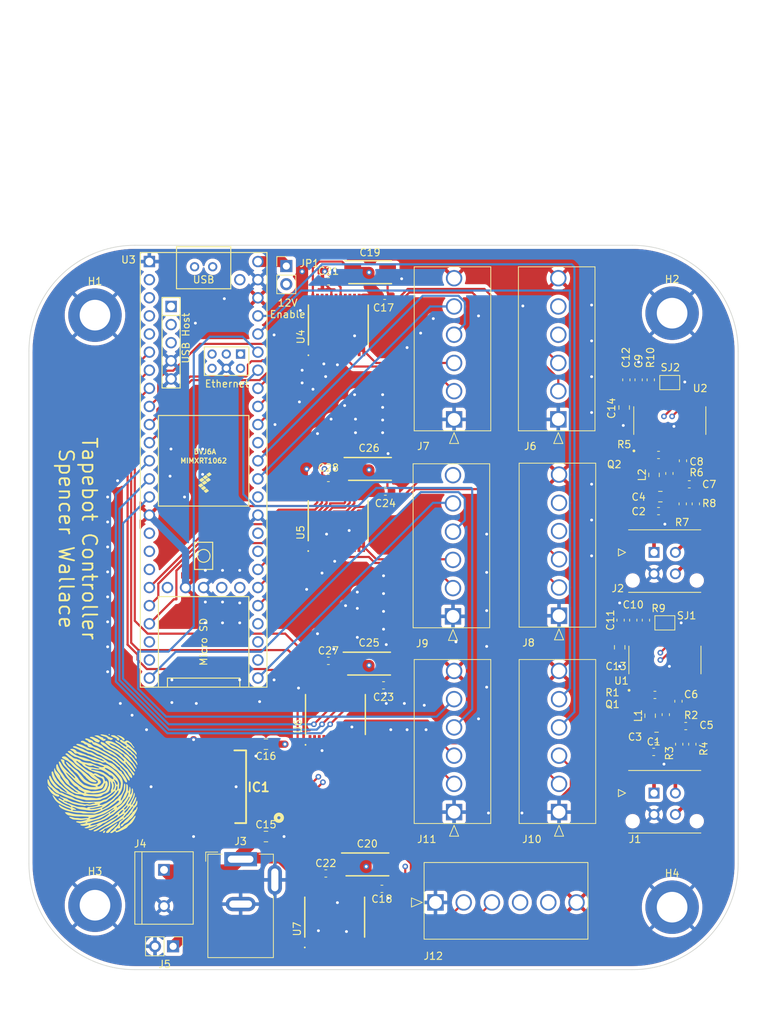
<source format=kicad_pcb>
(kicad_pcb (version 20211014) (generator pcbnew)
  (layers (0 "F.Cu" signal) (1 "In1.Cu" signal) (2 "In2.Cu" signal) (31 "B.Cu" signal) (34 "B.Paste" user) (35 "F.Paste" user) (36 "B.SilkS" user "B.Silkscreen") (37 "F.SilkS" user "F.Silkscreen") (38 "B.Mask" user) (39 "F.Mask" user) (44 "Edge.Cuts" user))
  (net 0 "")
  (net 1 "/LoadCells/AVDD1")
  (net 2 "GND")
  (net 3 "Net-(C5-Pad1)")
  (net 4 "Net-(C5-Pad2)")
  (net 5 "Net-(C7-Pad1)")
  (net 6 "Net-(C7-Pad2)")
  (net 7 "Net-(C8-Pad2)")
  (net 8 "+3.3V")
  (net 9 "+12V")
  (net 10 "/LoadCells/AVDD2")
  (net 11 "/LoadCells/1A+")
  (net 12 "/LoadCells/1A-")
  (net 13 "/LoadCells/2A+")
  (net 14 "M1_OUT2")
  (net 15 "M1_OUT1")
  (net 16 "/LoadCells/2A-")
  (net 17 "/MotorDrivers/1A01")
  (net 18 "M2_OUT2")
  (net 19 "M2_OUT1")
  (net 20 "M5_OUT2")
  (net 21 "M5_OUT1")
  (net 22 "M6_OUT2")
  (net 23 "M6_OUT1")
  (net 24 "M3_OUT2")
  (net 25 "M3_OUT1")
  (net 26 "M4_OUT2")
  (net 27 "M4_OUT1")
  (net 28 "M7_OUT2")
  (net 29 "M7_OUT1")
  (net 30 "Net-(L1-Pad2)")
  (net 31 "Net-(L2-Pad2)")
  (net 32 "Net-(R1-Pad1)")
  (net 33 "Net-(R5-Pad1)")
  (net 34 "Net-(R9-Pad1)")
  (net 35 "Net-(R10-Pad1)")
  (net 38 "L1_SCK")
  (net 39 "L1_DAT")
  (net 48 "Net-(C6-Pad2)")
  (net 49 "M2_PWM")
  (net 50 "M2_CTL1")
  (net 51 "M2_CTL2")
  (net 52 "M1_CTL2")
  (net 53 "M1_CTL1")
  (net 54 "M1_PWM")
  (net 65 "Net-(Q2-PadB)")
  (net 66 "/MotorDrivers/1A02")
  (net 67 "/MotorDrivers/2B01")
  (net 68 "/MotorDrivers/2B02")
  (net 69 "/MotorDrivers/5A02")
  (net 70 "/MotorDrivers/5A01")
  (net 71 "/MotorDrivers/6B01")
  (net 72 "/MotorDrivers/6B02")
  (net 73 "/MotorDrivers/3A01")
  (net 74 "/MotorDrivers/3A02")
  (net 75 "/MotorDrivers/4B01")
  (net 76 "/MotorDrivers/4B02")
  (net 77 "/MotorDrivers/7A01")
  (net 78 "/MotorDrivers/7A02")
  (net 79 "L2_SCK")
  (net 80 "L2_DAT")
  (net 81 "M8_CTL2")
  (net 82 "M3_CTL2")
  (net 83 "M3_CTL1")
  (net 84 "M3_PWM")
  (net 85 "M4_PWM")
  (net 86 "M4_CTL1")
  (net 87 "M4_CTL2")
  (net 88 "M5_CTL2")
  (net 89 "M5_CTL1")
  (net 90 "M5_PWM")
  (net 91 "M7_CTL2")
  (net 92 "M7_CTL1")
  (net 93 "M7_PWM")
  (net 94 "M6_PWM")
  (net 95 "M6_CTL1")
  (net 96 "M6_CTL2")
  (net 97 "+5V")
  (net 98 "Net-(JP1-Pad1)")
  (net 99 "Net-(Q1-PadB)")
  (net 102 "unconnected-(U7-Pad7)")
  (net 103 "unconnected-(U7-Pad11)")
  (net 104 "/MotorDrivers/8PWMB")
  (net 105 "/MotorDrivers/8BIN2")
  (net 106 "/MotorDrivers/8BIN1")
  (footprint "MountingHole:MountingHole_4.3mm_M4_DIN965_Pad" (layer "F.Cu") (at 227.203 43.307)
    (fp_text reference "H2")
    (fp_text value "MountingHole_Pad" hide)
  )
  (footprint "Capacitor_SMD:C_0805_2012Metric_Pad1.18x1.45mm_HandSolder" (layer "F.Cu") (at 220.472 56.5392 -90)
    (fp_text reference "C14")
    (fp_text value "10uF" hide)
  )
  (footprint "Capacitor_SMD:C_0603_1608Metric_Pad1.08x0.95mm_HandSolder" (layer "F.Cu") (at 221.74825 86.36 -90)
    (fp_text reference "C10")
    (fp_text value "0.1uF")
  )
  (footprint "Capacitor_SMD:C_0603_1608Metric_Pad1.08x0.95mm_HandSolder" (layer "F.Cu") (at 228.727 64.008 90)
    (fp_text reference "C8")
    (fp_text value "0.1uF")
  )
  (footprint "Connector_BarrelJack:BarrelJack_GCT_DCJ200-10-A_Horizontal" (layer "F.Cu") (at 166.624 119.888)
    (fp_text reference "J3")
    (fp_text value "Barrel_Jack")
  )
  (footprint "Capacitor_SMD:C_0603_1608Metric_Pad1.08x0.95mm_HandSolder" (layer "F.Cu") (at 225.298 71.0692)
    (fp_text reference "C2")
    (fp_text value "0.1uF")
  )
  (footprint "Capacitor_SMD:C_0805_2012Metric_Pad1.18x1.45mm_HandSolder" (layer "F.Cu") (at 170.18 103.759 180)
    (fp_text reference "C16")
    (fp_text value "0.1µF")
  )
  (footprint "Capacitor_SMD:C_0603_1608Metric_Pad1.08x0.95mm_HandSolder" (layer "F.Cu") (at 229.12 101.219)
    (fp_text reference "C5")
    (fp_text value "0.1uF")
  )
  (footprint "tapebot:CAPPM6032X280N" (layer "F.Cu") (at 184.427502 120.620999)
    (fp_text reference "C20")
    (fp_text value "10uF" hide)
  )
  (footprint "tapebot:9652068" (layer "F.Cu") (at 211.224501 58.204732 -90)
    (fp_text reference "J6")
    (fp_text value "9652068" hide)
  )
  (footprint "teensy:Teensy41" (layer "F.Cu") (at 161.432 65.278 -90)
    (fp_text reference "U3")
    (fp_text value "Teensy4.1")
  )
  (footprint "Capacitor_SMD:C_0603_1608Metric_Pad1.08x0.95mm_HandSolder" (layer "F.Cu") (at 219.97025 86.36 90)
    (fp_text reference "C11")
    (fp_text value "0.1uF")
  )
  (footprint "Capacitor_SMD:C_0603_1608Metric_Pad1.08x0.95mm_HandSolder" (layer "F.Cu") (at 178.943 66.421)
    (fp_text reference "C28")
    (fp_text value "0.1uF")
  )
  (footprint "tapebot:9652068" (layer "F.Cu") (at 211.328 113.284 -90)
    (fp_text reference "J10")
    (fp_text value "9652068" hide)
  )
  (footprint "Capacitor_SMD:C_0603_1608Metric_Pad1.08x0.95mm_HandSolder" (layer "F.Cu") (at 224.2058 52.6542 90)
    (fp_text reference "R10")
    (fp_text value "10K")
  )
  (footprint "tapebot:SmallLogo" (layer "F.Cu") (at 145.796 109.347 -90)
    (fp_text reference "G***" hide)
    (fp_text value "LOGO" hide)
  )
  (footprint "tapebot:SOP127P600X180-16N" (layer "F.Cu") (at 226.8778 58.3692 90)
    (fp_text reference "U2")
    (fp_text value "HX711HX711" hide)
  )
  (footprint "tapebot:9652068" (layer "F.Cu") (at 196.594101 58.204732 -90)
    (fp_text reference "J7")
    (fp_text value "9652068" hide)
  )
  (footprint "tapebot:9652068" (layer "F.Cu") (at 196.44 85.828498 -90)
    (fp_text reference "J9")
    (fp_text value "9652068" hide)
  )
  (footprint "Capacitor_SMD:C_0805_2012Metric_Pad1.18x1.45mm_HandSolder" (layer "F.Cu") (at 225.02 102.815)
    (fp_text reference "C3")
    (fp_text value "10uF")
  )
  (footprint "Capacitor_SMD:C_0603_1608Metric_Pad1.08x0.95mm_HandSolder" (layer "F.Cu") (at 225.298 63.1952 180)
    (fp_text reference "R5")
    (fp_text value "20k")
  )
  (footprint "Capacitor_SMD:C_0603_1608Metric_Pad1.08x0.95mm_HandSolder" (layer "F.Cu") (at 186.69 95.504)
    (fp_text reference "C23")
    (fp_text value "0.1uF")
  )
  (footprint "Capacitor_SMD:C_0603_1608Metric_Pad1.08x0.95mm_HandSolder" (layer "F.Cu") (at 226.822 65.786 90)
    (fp_text reference "R6")
    (fp_text value "8.2K")
  )
  (footprint "Capacitor_SMD:C_0603_1608Metric_Pad1.08x0.95mm_HandSolder" (layer "F.Cu") (at 222.504 52.6542 90)
    (fp_text reference "C9")
    (fp_text value "0.1uF")
  )
  (footprint "MountingHole:MountingHole_4.3mm_M4_DIN965_Pad" (layer "F.Cu") (at 146.177 43.582)
    (fp_text reference "H1")
    (fp_text value "MountingHole_Pad")
  )
  (footprint "Capacitor_SMD:C_0603_1608Metric_Pad1.08x0.95mm_HandSolder" (layer "F.Cu") (at 186.944 68.326)
    (fp_text reference "C24")
    (fp_text value "0.1uF")
  )
  (footprint "Capacitor_SMD:C_0805_2012Metric_Pad1.18x1.45mm_HandSolder" (layer "F.Cu") (at 219.84325 90.17 -90)
    (fp_text reference "C13")
    (fp_text value "10uF")
  )
  (footprint "MountingHole:MountingHole_4.3mm_M4_DIN965_Pad" (layer "F.Cu") (at 146.177 126.344)
    (fp_text reference "H3")
    (fp_text value "MountingHole_Pad")
  )
  (footprint "Capacitor_SMD:C_0805_2012Metric_Pad1.18x1.45mm_HandSolder" (layer "F.Cu") (at 170.18 116.713)
    (fp_text reference "C15")
    (fp_text value "0.33µF")
  )
  (footprint "Capacitor_SMD:C_0603_1608Metric_Pad1.08x0.95mm_HandSolder" (layer "F.Cu") (at 220.7768 52.6542 90)
    (fp_text reference "C12")
    (fp_text value "0.1uF")
  )
  (footprint "tapebot:9652068" (layer "F.Cu") (at 193.9834 125.956702 180)
    (fp_text reference "J12")
    (fp_text value "9652068" hide)
  )
  (footprint "Capacitor_SMD:C_0805_2012Metric_Pad1.18x1.45mm_HandSolder" (layer "F.Cu") (at 225.552 69.0372)
    (fp_text reference "C4")
    (fp_text value "10uF")
  )
  (footprint "Capacitor_SMD:C_0603_1608Metric_Pad1.08x0.95mm_HandSolder" (layer "F.Cu") (at 178.966502 38.832999)
    (fp_text reference "C21")
    (fp_text value "0.1uF")
  )
  (footprint "tapebot:43045-04YY_121314" (layer "F.Cu") (at 224.663 76.8604 180)
    (fp_text reference "J2")
    (fp_text value "43045-0412" hide)
  )
  (footprint "tapebot:SOP65P760X160-24N" (layer "F.Cu") (at 179.832 128.016 90)
    (fp_text reference "U7")
    (fp_text value "TB6612FNG")
  )
  (footprint "tapebot:SOT23-BEC" (layer "F.Cu") (at 221.742 64.516 180)
    (fp_text reference "Q2")
    (fp_text value "MMBT4403")
  )
  (footprint "tapebot:43045-04YY_121314" (layer "F.Cu") (at 224.663 110.617 180)
    (fp_text reference "J1")
    (fp_text value "43045-0412" hide)
  )
  (footprint "Capacitor_SMD:C_0603_1608Metric_Pad1.08x0.95mm_HandSolder" (layer "F.Cu") (at 229.6149 67.31)
    (fp_text reference "C7")
    (fp_text value "0.1uF")
  )
  (footprint "Capacitor_SMD:C_0603_1608Metric_Pad1.08x0.95mm_HandSolder" (layer "F.Cu") (at 223.52625 86.36 90)
    (fp_text reference "R9")
    (fp_text value "10K")
  )
  (footprint "tapebot:SOP127P600X180-16N" (layer "F.Cu") (at 226.19325 91.948 90)
    (fp_text reference "U1")
    (fp_text value "HX711HX711")
  )
  (footprint "Capacitor_SMD:C_0603_1608Metric_Pad1.08x0.95mm_HandSolder" (layer "F.Cu") (at 228.092 97.735 90)
    (fp_text reference "C6")
    (fp_text value "0.1uF")
  )
  (footprint "tapebot:SOT23-BEC" (layer "F.Cu") (at 221.234 98.044 180)
    (fp_text reference "Q1")
    (fp_text value "MMBT4403")
  )
  (footprint "Jumper:SolderJumper-2_P1.3mm_Open_TrianglePad1.0x1.5mm" (layer "F.Cu") (at 226.187 86.741 180)
    (fp_text reference "SJ1")
    (fp_text value "JUMPER-PAD-2-NC_BY_TRACE")
  )
  (footprint "tapebot:SOP65P760X160-24N" (layer "F.Cu") (at 179.935498 99.597001 90)
    (fp_text reference "U6")
    (fp_text value "TB6612FNG")
  )
  (footprint "tapebot:SOP65P760X160-24N" (layer "F.Cu") (at 180.34 44.958 90)
    (fp_text reference "U4")
    (fp_text value "TB6612FNG")
  )
  (footprint "Capacitor_SMD:C_0603_1608Metric_Pad1.08x0.95mm_HandSolder" (layer "F.Cu") (at 228.6904 70.0532 90)
    (fp_text reference "R7")
    (fp_text value "100")
  )
  (footprint "tapebot:CAPPM6032X280N" (layer "F.Cu") (at 184.808502 37.562999)
    (fp_text reference "C19")
    (fp_text value "10uF" hide)
  )
  (footprint "Connector_PinHeader_2.54mm:PinHeader_1x02_P2.54mm_Vertical" (layer "F.Cu") (at 173.0398 36.698)
    (fp_text reference "JP1")
    (fp_text value "Jumper_2_Open")
  )
  (footprint "tapebot:9652068" (layer "F.Cu") (at 211.326101 85.744366 -90)
    (fp_text reference "J8")
    (fp_text value "9652068" hide)
  )
  (footprint "Capacitor_SMD:C_0805_2012Metric_Pad1.18x1.45mm_HandSolder" (layer "F.Cu") (at 224.12 99.767 90)
    (fp_text reference "L1")
    (fp_text value "3.3uH")
  )
  (footprint "tapebot:CAPPM6032X280N" (layer "F.Cu") (at 184.658 92.456)
    (fp_text reference "C25")
    (fp_text value "10uF" hide)
  )
  (footprint "tapebot:CAPPM6032X280N" (layer "F.Cu") (at 184.785 65.151)
    (fp_text reference "C26")
    (fp_text value "10uF" hide)
  )
  (footprint "Jumper:SolderJumper-2_P1.3mm_Open_TrianglePad1.0x1.5mm" (layer "F.Cu") (at 226.8728 53.0352 180)
    (fp_text reference "SJ2")
    (fp_text value "JUMPER-PAD-2-NC_BY_TRACE")
  )
  (footprint "Capacitor_SMD:C_0603_1608Metric_Pad1.08x0.95mm_HandSolder" (layer "F.Cu") (at 224.79 96.846 180)
    (fp_text reference "R1")
    (fp_text value "20k")
  )
  (footprint "Capacitor_SMD:C_0603_1608Metric_Pad1.08x0.95mm_HandSolder" (layer "F.Cu") (at 226.314 99.6135 90)
    (fp_text reference "R2")
    (fp_text value "8.2K")
  )
  (footprint "Capacitor_SMD:C_0805_2012Metric_Pad1.18x1.45mm_HandSolder" (layer "F.Cu") (at 224.663 65.9892 90)
    (fp_text reference "L2")
    (fp_text value "3.3uH")
  )
  (footprint "Capacitor_SMD:C_0603_1608Metric_Pad1.08x0.95mm_HandSolder" (layer "F.Cu") (at 230.5304 70.0532 90)
    (fp_text reference "R8")
    (fp_text value "100")
  )
  (footprint "Capacitor_SMD:C_0603_1608Metric_Pad1.08x0.95mm_HandSolder" (layer "F.Cu") (at 228.2 103.759 90)
    (fp_text reference "R3")
    (fp_text value "100")
  )
  (footprint "tapebot:SOP65P760X160-24N" (layer "F.Cu") (at 180.316498 72.419001 90)
    (fp_text reference "U5")
    (fp_text value "TB6612FNG")
  )
  (footprint "tapebot:9652068" (layer "F.Cu") (at 196.594101 113.284 -90)
    (fp_text reference "J11")
    (fp_text value "9652068" hide)
  )
  (footprint "Capacitor_SMD:C_0603_1608Metric_Pad1.08x0.95mm_HandSolder" (layer "F.Cu") (at 178.943 92.075)
    (fp_text reference "C27")
    (fp_text value "0.1uF")
  )
  (footprint "MountingHole:MountingHole_4.3mm_M4_DIN965_Pad" (layer "F.Cu") (at 227.203 126.619)
    (fp_text reference "H4")
    (fp_text value "MountingHole_Pad")
  )
  (footprint "Capacitor_SMD:C_0603_1608Metric_Pad1.08x0.95mm_HandSolder" (layer "F.Cu") (at 186.459502 124.049999)
    (fp_text reference "C18")
    (fp_text value "0.1uF")
  )
  (footprint "Capacitor_SMD:C_0603_1608Metric_Pad1.08x0.95mm_HandSolder" (layer "F.Cu") (at 224.62 104.847)
    (fp_text reference "C1")
    (fp_text value "0.1uF")
  )
  (footprint "tapebot:TE_282837-2" (layer "F.Cu") (at 155.8694 123.9266 -90)
    (fp_text reference "J4")
    (fp_text value "Conn_01x02")
  )
  (footprint "Capacitor_SMD:C_0603_1608Metric_Pad1.08x0.95mm_HandSolder" (layer "F.Cu") (at 186.840502 40.864999)
    (fp_text reference "C17")
    (fp_text value "0.1uF")
  )
  (footprint "Capacitor_SMD:C_0603_1608Metric_Pad1.08x0.95mm_HandSolder" (layer "F.Cu") (at 230.04 103.759 90)
    (fp_text reference "R4")
    (fp_text value "100")
  )
  (footprint "Capacitor_SMD:C_0603_1608Metric_Pad1.08x0.95mm_HandSolder" (layer "F.Cu") (at 178.585502 121.890999)
    (fp_text reference "C22")
    (fp_text value "0.1uF")
  )
  (footprint "tapebot:D2PAK-STB35NF10T4" (layer "F.Cu") (at 167.391 104.628)
    (fp_text reference "IC1")
    (fp_text value "L7805ABD2T-TR" hide)
  )
  (footprint "Connector_PinHeader_2.54mm:PinHeader_1x02_P2.54mm_Vertical" (layer "F.Cu") (at 157.1444 132.1054 -90)
    (fp_text reference "J5")
    (fp_text value "Conn_01x02")
  )
  (gr_line (start 236.474 48.641) (end 236.474 120.523) (layer "Edge.Cuts") (width 0.1))
  (gr_line (start 151.765 135.382) (end 221.615 135.382) (layer "Edge.Cuts") (width 0.1))
  (gr_arc (start 221.615 33.782) (mid 232.1219 38.1341) (end 236.474 48.641) (layer "Edge.Cuts") (width 0.1))
  (gr_arc (start 236.474 120.523) (mid 232.1219 131.0299) (end 221.615 135.382) (layer "Edge.Cuts") (width 0.1))
  (gr_line (start 136.906 48.641) (end 136.906 120.523) (layer "Edge.Cuts") (width 0.1))
  (gr_line (start 151.765 33.782) (end 221.615 33.782) (layer "Edge.Cuts") (width 0.1))
  (gr_arc (start 136.906 48.641) (mid 141.2581 38.1341) (end 151.765 33.782) (layer "Edge.Cuts") (width 0.1))
  (gr_arc (start 151.765 135.382) (mid 141.2581 131.0299) (end 136.906 120.523) (layer "Edge.Cuts") (width 0.1))
  (gr_text "Tapebot Controller\nSpencer Wallace" (at 143.764 74.93 270) (layer "F.SilkS") (effects (font (size 2.032 2.032) (thickness 0.254))))
  (gr_text "12V\nEnable" (at 173.228 42.672) (layer "F.SilkS") (effects (font (size 1 1))))
  (segment (start 223.9825 102.815) (end 223.9825 104.7095) (width 0.508) (layer "F.Cu") (net 1))
  (segment (start 224.12 100.8045) (end 224.12 102.6775) (width 0.508) (layer "F.Cu") (net 1))
  (segment (start 224.12 102.6775) (end 223.9825 102.815) (width 0.508) (layer "F.Cu") (net 1))
  (segment (start 223.9825 104.7095) (end 223.845 104.847) (width 0.508) (layer "F.Cu") (net 1))
  (segment (start 223.845 104.847) (end 224.663 105.665) (width 0.508) (layer "F.Cu") (net 1))
  (segment (start 224.663 105.665) (end 224.663 110.617) (width 0.508) (layer "F.Cu") (net 1))
  (segment (start 169.1425 105.0505) (end 168.766826 105.426174) (width 1.016) (layer "F.Cu") (net 2))
  (segment (start 219.97025 84.08025) (end 219.837 83.947) (width 0.3048) (layer "F.Cu") (net 2))
  (segment (start 181.941498 76.044001) (end 181.941498 73.864498) (width 0.3048) (layer "F.Cu") (net 2))
  (segment (start 179.829002 38.832999) (end 180.665 39.668997) (width 0.3048) (layer "F.Cu") (net 2))
  (segment (start 181.941498 73.864498) (end 181.864 73.787) (width 0.3048) (layer "F.Cu") (net 2))
  (segment (start 226.82825 94.618) (end 226.82825 97.33375) (width 0.3048) (layer "F.Cu") (net 2))
  (segment (start 219.97025 85.4975) (end 220.02325 85.4975) (width 0.3048) (layer "F.Cu") (net 2))
  (segment (start 226.0575 102.815) (end 226.0575 104.1845) (width 0.3048) (layer "F.Cu") (net 2))
  (segment (start 181.965 48.583) (end 182.615 48.583) (width 0.3048) (layer "F.Cu") (net 2))
  (segment (start 188.311999 37.562999) (end 189.23 38.481) (width 0.3048) (layer "F.Cu") (net 2))
  (segment (start 160.02 109.728) (end 154.051 109.728) (width 1.016) (layer "F.Cu") (net 2))
  (segment (start 180.157 124.391) (end 180.157 125.928) (width 0.3048) (layer "F.Cu") (net 2))
  (segment (start 178.691498 74.297498) (end 178.689 74.295) (width 0.3048) (layer "F.Cu") (net 2))
  (segment (start 160.02 109.728) (end 160.02 103.124) (width 1.016) (layer "F.Cu") (net 2))
  (segment (start 178.065 50.176) (end 178.308 50.419) (width 0.3048) (layer "F.Cu") (net 2))
  (segment (start 225.395 105.888) (end 226.06 106.553) (width 0.3048) (layer "F.Cu") (net 2))
  (segment (start 181.560498 103.222001) (end 182.210498 103.222001) (width 0.3048) (layer "F.Cu") (net 2))
  (segment (start 178.715 48.583) (end 178.065 48.583) (width 0.3048) (layer "F.Cu") (net 2))
  (segment (start 187.235 63.0921) (end 187.325 63.0021) (width 0.3048) (layer "F.Cu") (net 2))
  (segment (start 228.092 98.698) (end 226.314 100.476) (width 0.3048) (layer "F.Cu") (net 2))
  (segment (start 180.157 122.599997) (end 179.448002 121.890999) (width 0.3048) (layer "F.Cu") (net 2))
  (segment (start 220.472 57.5767) (end 220.472 58.928) (width 0.3048) (layer "F.Cu") (net 2))
  (segment (start 227.5128 63.6563) (end 228.727 64.8705) (width 0.3048) (layer "F.Cu") (net 2))
  (segment (start 171.2175 116.713) (end 172.72 116.713) (width 1.016) (layer "F.Cu") (net 2))
  (segment (start 226.1605 71.0692) (end 226.1605 72.8715) (width 0.3048) (layer "F.Cu") (net 2))
  (segment (start 177.557 129.932) (end 177.546 129.921) (width 0.3048) (layer "F.Cu") (net 2))
  (segment (start 180.157 125.928) (end 180.213 125.984) (width 0.3048) (layer "F.Cu") (net 2))
  (segment (start 219.97025 85.4975) (end 219.97025 84.08025) (width 0.3048) (layer "F.Cu") (net 2))
  (segment (start 226.82825 94.618) (end 226.82825 92.84325) (width 0.3048) (layer "F.Cu") (net 2))
  (segment (start 180.260498 95.972001) (end 180.260498 92.529998) (width 0.3048) (layer "F.Cu") (net 2))
  (segment (start 222.504 51.7917) (end 222.504 50.165) (width 0.3048) (layer "F.Cu") (net 2))
  (segment (start 187.325 124.406891) (end 187.322002 124.403893) (width 1.016) (layer "F.Cu") (net 2))
  (segment (start 187.325 125.349) (end 187.325 124.406891) (width 1.016) (layer "F.Cu") (net 2))
  (segment (start 181.457 131.641) (end 182.107 131.641) (width 0.3048) (layer "F.Cu") (net 2))
  (segment (start 160.02 109.728) (end 165.989 109.728) (width 1.016) (layer "F.Cu") (net 2))
  (segment (start 187.235 65.151) (end 187.235 63.0921) (width 0.3048) (layer "F.Cu") (net 2))
  (segment (start 187.108 89.826) (end 187.071 89.789) (width 0.25) (layer "F.Cu") (net 2))
  (segment (start 179.8055 66.421) (end 180.641498 67.256998) (width 0.3048) (layer "F.Cu") (net 2))
  (segment (start 224.28825 89.567176) (end 222.647926 91.2075) (width 0.3048) (layer "F.Cu") (net 2))
  (segment (start 226.822 68.8047) (end 226.5895 69.0372) (width 0.3048) (layer "F.Cu") (net 2))
  (segment (start 187.258502 37.562999) (end 188.311999 37.562999) (width 0.3048) (layer "F.Cu") (net 2))
  (segment (start 226.82825 92.84325) (end 226.822 92.837) (width 0.3048) (layer "F.Cu") (net 2))
  (segment (start 186.877502 120.620999) (end 187.322002 121.065499) (width 1.016) (layer "F.Cu") (net 2))
  (segment (start 182.210498 103.222001) (end 182.210498 101.380502) (width 0.3048) (layer "F.Cu") (net 2))
  (segment (start 226.822 66.6485) (end 226.822 68.8047) (width 0.3048) (layer "F.Cu") (net 2))
  (segment (start 187.258502 37.562999) (end 187.258502 40.420499) (width 0.3048) (layer "F.Cu") (net 2))
  (segment (start 222.647926 91.2075) (end 219.84325 91.2075) (width 0.3048) (layer "F.Cu") (net 2))
  (segment (start 187.322002 124.403893) (end 187.322002 124.049999) (width 1.016) (layer "F.Cu") (net 2))
  (segment (start 220.472 58.928) (end 220.345 59.055) (width 0.3048) (layer "F.Cu") (net 2))
  (segment (start 179.829002 38.832999) (end 179.829002 37.340998) (width 0.3048) (layer "F.Cu") (net 2))
  (segment (start 182.210498 101.380502) (end 182.245 101.346) (width 0.3048) (layer "F.Cu") (net 2))
  (segment (start 180.260498 92.529998) (end 179.8055 92.075) (width 0.3048) (layer "F.Cu") (net 2))
  (segment (start 224.9728 55.988376) (end 224.9728 55.6992) (width 0.3048) (layer "F.Cu") (net 2))
  (segment (start 226.5895 69.0372) (end 226.5895 70.6402) (width 0.3048) (layer "F.Cu") (net 2))
  (segment (start 223.384476 57.5767) (end 224.9728 55.988376) (width 0.3048) (layer "F.Cu") (net 2))
  (segment (start 178.310498 103.222001) (end 178.310498 104.401602) (width 0.3048) (layer "F.Cu") (net 2))
  (segment (start 220.472 57.5767) (end 223.384476 57.5767) (width 0.3048) (layer "F.Cu") (net 2))
  (segment (start 178.065 48.583) (end 178.065 50.176) (width 0.3048) (layer "F.Cu") (net 2))
  (segment (start 179.8055 90.5245) (end 179.705 90.424) (width 0.3048) (layer "F.Cu") (net 2))
  (segment (start 228.9048 53.0352) (end 228.981 52.959) (width 0.3048) (layer "F.Cu") (net 2))
  (segment (start 169.1425 103.759) (end 169.1425 105.0505) (width 1.016) (layer "F.Cu") (net 2))
  (segment (start 179.8055 92.075) (end 179.8055 90.5245) (width 0.3048) (layer "F.Cu") (net 2))
  (segment (start 227.5128 59.2378) (end 227.457 59.182) (width 0.3048) (layer "F.Cu") (net 2))
  (segment (start 220.7768 51.7917) (end 222.504 51.7917) (width 0.3048) (layer "F.Cu") (net 2))
  (segment (start 219.84325 91.2075) (end 219.84325 92.83075) (width 0.3048) (layer "F.Cu") (net 2))
  (segment (start 177.557 131.641) (end 177.557 129.932) (width 0.3048) (layer "F.Cu") (net 2))
  (segment (start 227.5128 61.0392) (end 227.5128 59.2378) (width 0.3048) (layer "F.Cu") (net 2))
  (segment (start 180.641498 67.256998) (end 180.641498 68.794001) (width 0.3048) (layer "F.Cu") (net 2))
  (segment (start 160.02 109.728) (end 160.02 116.713) (width 1.016) (layer "F.Cu") (net 2))
  (segment (start 181.941498 76.044001) (end 182.591498 76.044001) (width 0.3048) (layer "F.Cu") (net 2))
  (segment (start 178.691498 76.044001) (end 178.691498 74.297498) (width 0.3048) (layer "F.Cu") (net 2))
  (segment (start 180.665 39.668997) (end 180.665 41.333) (width 0.3048) (layer "F.Cu") (net 2))
  (segment (start 187.108 92.456) (end 187.108 89.826) (width 0.25) (layer "F.Cu") (net 2))
  (segment (start 226.0575 104.1845) (end 225.395 104.847) (width 0.3048) (layer "F.Cu") (net 2))
  (segment (start 182.615 48.583) (end 182.615 46.493) (width 0.3048) (layer "F.Cu") (net 2))
  (segment (start 219.84325 92.83075) (end 219.837 92.837) (width 0.3048) (layer "F.Cu") (net 2))
  (segment (start 178.041498 76.044001) (end 178.691498 76.044001) (width 0.3048) (layer "F.Cu") (net 2))
  (segment (start 177.557 131.641) (end 178.207 131.641) (width 0.3048) (layer "F.Cu") (net 2))
  (segment (start 220.02325 85.4975) (end 221.74825 87.2225) (width 0.3048) (layer "F.Cu") (net 2))
  (segment (start 182.615 46.493) (end 182.626 46.482) (width 0.3048) (layer "F.Cu") (net 2))
  (segment (start 226.1605 72.8715) (end 226.187 72.898) (width 0.3048) (layer "F.Cu") (net 2))
  (segment (start 187.322002 121.065499) (end 187.322002 124.049999) (width 1.016) (layer "F.Cu") (net 2))
  (segment (start 225.395 104.847) (end 225.395 105.888) (width 0.3048) (layer "F.Cu") (net 2))
  (segment (start 179.8055 66.421) (end 179.832 66.3945) (width 0.3048) (layer "F.Cu") (net 2))
  (segment (start 187.108 95.0595) (end 187.5525 95.504) (width 0.25) (layer "F.Cu") (net 2))
  (segment (start 226.314 102.5585) (end 226.0575 102.815) (width 0.3048) (layer "F.Cu") (net 2))
  (segment (start 226.912 86.741) (end 228.473 86.741) (width 0.3048) (layer "F.Cu") (net 2))
  (segment (start 187.235 65.151) (end 187.235 67.7545) (width 0.3048) (layer "F.Cu") (net 2))
  (segment (start 227.5978 53.0352) (end 228.9048 53.0352) (width 0.3048) (layer "F.Cu") (net 2))
  (segment (start 181.457 131.641) (end 181.457 130.0639) (width 0.3048) (layer "F.Cu") (net 2))
  (segment (start 228.727 64.8705) (end 228.6 64.8705) (width 0.3048) (layer "F.Cu") (net 2))
  (segment (start 180.157 124.391) (end 180.157 122.599997) (width 0.3048) (layer "F.Cu") (net 2))
  (segment (start 178.310498 104.401602) (end 178.054 104.6581) (width 0.3048) (layer "F.Cu") (net 2))
  (segment (start 181.457 130.0639) (end 181.483 130.0379) (width 0.3048) (layer "F.Cu") (net 2))
  (segment (start 224.28825 89.278) (end 224.28825 89.567176) (width 0.3048) (layer "F.Cu") (net 2))
  (segment (start 227.5128 61.0392) (end 227.5128 63.6563) (width 0.3048) (layer "F.Cu") (net 2))
  (segment (start 226.5895 70.6402) (end 226.1605 71.0692) (width 0.3048) (layer "F.Cu") (net 2))
  (segment (start 177.660498 103.222001) (end 178.310498 103.222001) (width 0.3048) (layer "F.Cu") (net 2))
  (segment (start 187.258502 40.420499) (end 187.703002 40.864999) (width 0.3048) (layer "F.Cu") (net 2))
  (segment (start 228.6 64.8705) (end 226.822 66.6485) (width 0.3048) (layer "F.Cu") (net 2))
  (segment (start 187.108 92.456) (end 187.108 95.0595) (width 0.25) (layer "F.Cu") (net 2))
  (segment (start 226.314 100.476) (end 226.314 102.5585) (width 0.3048) (layer "F.Cu") (net 2))
  (segment (start 187.235 67.7545) (end 187.8065 68.326) (width 0.3048) (layer "F.Cu") (net 2))
  (segment (start 179.829002 37.340998) (end 179.832 37.338) (width 0.3048) (layer "F.Cu") (net 2))
  (segment (start 228.092 98.5975) (end 228.092 98.698) (width 0.3048) (layer "F.Cu") (net 2))
  (segment (start 179.832 66.3945) (end 179.832 65.151) (width 0.3048) (layer "F.Cu") (net 2))
  (segment (start 226.82825 97.33375) (end 228.092 98.5975) (width 0.3048) (layer "F.Cu") (net 2))
  (segment (start 226.5895 69.0372) (end 226.5895 68.9532) (width 0.508) (layer "F.Cu") (net 2))
  (via (at 161.29 65.913) (size 0.8) (drill 0.4) (layers "F.Cu" "B.Cu") (net 2))
  (via (at 164.084 83.82) (size 0.8) (drill 0.4) (layers "F.Cu" "B.Cu") (net 2))
  (via (at 161.671 83.82) (size 0.8) (drill 0.4) (layers "F.Cu" "B.Cu") (net 2))
  (via (at 227.457 59.182) (size 0.8) (drill 0.4) (layers "F.Cu" "B.Cu") (net 2))
  (via (at 187.706 101.727) (size 0.8) (drill 0.4) (layers "F.Cu" "B.Cu") (net 2))
  (via (at 154.051 109.728) (size 0.8) (drill 0.4) (layers "F.Cu" "B.Cu") (net 2))
  (via (at 179.324 58.166) (size 0.8) (drill 0.4) (layers "F.Cu" "B.Cu") (net 2))
  (via (at 176.784 53.975) (size 0.8) (drill 0.4) (layers "F.Cu" "B.Cu") (net 2))
  (via (at 178.562 52.197) (size 0.8) (drill 0.4) (layers "F.Cu" "B.Cu") (net 2))
  (via (at 201.168 74.295) (size 0.8) (drill 0.4) (layers "F.Cu" "B.Cu") (net 2))
  (via (at 186.69 87.63) (size 0.8) (drill 0.4) (layers "F.Cu" "B.Cu") (net 2))
  (via (at 181.356 84.328) (size 0.8) (drill 0.4) (layers "F.Cu" "B.Cu") (net 2))
  (via (at 189.23 38.481) (size 0.8) (drill 0.4) (layers "F.Cu" "B.Cu") (net 2))
  (via (at 187.325 63.0021) (size 0.8) (drill 0.4) (layers "F.Cu" "B.Cu") (net 2))
  (via (at 166.497 86.741) (size 0.8) (drill 0.4) (layers "F.Cu" "B.Cu") (net 2))
  (via (at 226.06 106.553) (size 0.8) (drill 0.4) (layers "F.Cu" "B.Cu") (net 2))
  (via (at 147.955 83.094284) (size 0.8) (drill 0.4) (layers "F.Cu" "B.Cu") (net 2))
  (via (at 219.837 83.947) (size 0.8) (drill 0.4) (layers "F.Cu" "B.Cu") (net 2))
  (via (at 182.245 101.346) (size 0.8) (drill 0.4) (layers "F.Cu" "B.Cu") (net 2))
  (via (at 201.168 95.758) (size 0.8) (drill 0.4) (layers "F.Cu" "B.Cu") (net 2))
  (via (at 219.837 92.837) (size 0.8) (drill 0.4) (layers "F.Cu" "B.Cu") (net 2))
  (via (at 186.69 82.634666) (size 0.8) (drill 0.4) (layers "F.Cu" "B.Cu") (net 2))
  (via (at 166.497 83.947) (size 0.8) (drill 0.4) (layers "F.Cu" "B.Cu") (net 2))
  (via (at 183.007 82.423) (size 0.8) (drill 0.4) (layers "F.Cu" "B.Cu") (net 2))
  (via (at 179.832 78.105) (size 0.8) (drill 0.4) (layers "F.Cu" "B.Cu") (net 2))
  (via (at 201.168 79.66075) (size 0.8) (drill 0.4) (layers "F.Cu" "B.Cu") (net 2))
  (via (at 206.121 113.411) (size 0.8) (drill 0.4) (layers "F.Cu" "B.Cu") (net 2))
  (via (at 215.9 52.215142) (size 0.8) (drill 0.4) (layers "F.Cu" "B.Cu") (net 2))
  (via (at 179.832 37.338) (size 0.8) (drill 0.4) (layers "F.Cu" "B.Cu") (net 2))
  (via (at 156.972 94.742) (size 0.8) (drill 0.4) (layers "F.Cu" "B.Cu") (net 2))
  (via (at 168.766826 105.426174) (size 0.8) (drill 0.4) (layers "F.Cu" "B.Cu") (net 2))
  (via (at 180.213 125.984) (size 0.8) (drill 0.4) (layers "F.Cu" "B.Cu") (net 2))
  (via (at 215.9 77.343) (size 0.8) (drill 0.4) (layers "F.Cu" "B.Cu") (net 2))
  (via (at 175.006 42.926) (size 0.8) (drill 0.4) (layers "F.Cu" "B.Cu") (net 2))
  (via (at 187.071 89.789) (size 0.8) (drill 0.4) (layers "F.Cu" "B.Cu") (net 2))
  (via (at 189.992 48.133) (size 0.8) (drill 0.4) (layers "F.Cu" "B.Cu") (net 2))
  (via (at 147.955 79.592713) (size 0.8) (drill 0.4) (layers "F.Cu" "B.Cu") (net 2))
  (via (at 186.563 56.515) (size 0.8) (drill 0.4) (layers "F.Cu" "B.Cu") (net 2))
  (via (at 149.352 66.802) (size 0.8) (drill 0.4) (layers "F.Cu" "B.Cu") (net 2))
  (via (at 164.084 79.375) (size 0.8) (drill 0.4) (layers "F.Cu" "B.Cu") (net 2))
  (via (at 160.401 98.044) (size 0.8) (drill 0.4) (layers "F.Cu" "B.Cu") (net 2))
  (via (at 147.955 72.589571) (size 0.8) (drill 0.4) (layers "F.Cu" "B.Cu") (net 2))
  (via (at 201.422 113.411) (size 0.8) (drill 0.4) (layers "F.Cu" "B.Cu") (net 2))
  (via (at 178.308 50.419) (size 0.8) (drill 0.4) (layers "F.Cu" "B.Cu") (net 2))
  (via (at 147.955 93.599) (size 0.8) (drill 0.4) (layers "F.Cu" "B.Cu") (net 2))
  (via (at 181.864 73.787) (size 0.8) (drill 0.4) (layers "F.Cu" "B.Cu") (net 2))
  (via (at 182.753 60.071) (size 0.8) (drill 0.4) (layers "F.Cu" "B.Cu") (net 2))
  (via (at 161.29 62.357) (size 0.8) (drill 0.4) (layers "F.Cu" "B.Cu") (net 2))
  (via (at 186.944 96.647) (size 0.8) (drill 0.4) (layers "F.Cu" "B.Cu") (net 2))
  (via (at 174.879 55.753) (size 0.8) (drill 0.4) (layers "F.Cu" "B.Cu") (net 2))
  (via (at 174.752 95.885) (size 0.8) (drill 0.4) (layers "F.Cu" "B.Cu") (net 2))
  (via (at 215.9 72.317426) (size 0.8) (drill 0.4) (layers "F.Cu" "B.Cu") (net 2))
  (via (at 177.419 88.265) (size 0.8) (drill 0.4) (layers "F.Cu" "B.Cu") (net 2))
  (via (at 177.419 60.198) (size 0.8) (drill 0.4) (layers "F.Cu" "B.Cu") (net 2))
  (via (at 196.85 89.408) (size 0.8) (drill 0.4) (layers "F.Cu" "B.Cu") (net 2))
  (via (at 206.248 42.291) (size 0.8) (drill 0.4) (layers "F.Cu" "B.Cu") (net 2))
  (via (at 200.025 43.688) (size 0.8) (drill 0.4) (layers "F.Cu" "B.Cu") (net 2))
  (via (at 220.345 59.055) (size 0.8) (drill 0.4) (layers "F.Cu" "B.Cu") (net 2))
  (via (at 156.718 66.167) (size 0.8) (drill 0.4) (layers "F.Cu" "B.Cu") (net 2))
  (via (at 175.26 53.086) (size 0.8) (drill 0.4) (layers "F.Cu" "B.Cu") (net 2))
  (via (at 226.822 92.837) (size 0.8) (drill 0.4) (layers "F.Cu" "B.Cu") (net 2))
  (via (at 178.054 79.756) (size 0.8) (drill 0.4) (layers "F.Cu" "B.Cu") (net 2))
  (via (at 178.054 104.6581) (size 0.8) (drill 0.4) (layers "F.Cu" "B.Cu") (net 2))
  (via (at 158.75 69.088) (size 0.8) (drill 0.4) (layers "F.Cu" "B.Cu") (net 2))
  (via (at 164.338 41.275) (size 0.8) (drill 0.4) (layers "F.Cu" "B.Cu") (net 2))
  (via (at 147.955 76.091142) (size 0.8) (drill 0.4) (layers "F.Cu" "B.Cu") (net 2))
  (via (at 164.084 86.741) (size 0.8) (drill 0.4) (layers "F.Cu" "B.Cu") (net 2))
  (via (at 186.563 58.293) (size 0.8) (drill 0.4) (layers "F.Cu" "B.Cu") (net 2))
  (via (at 181.229 56.261) (size 0.8) (drill 0.4) (layers "F.Cu" "B.Cu") (net 2))
  (via (at 215.9 47.189571) (size 0.8) (drill 0.4) (layers "F.Cu" "B.Cu") (net 2))
  (via (at 186.563 54.737) (size 0.8) (drill 0.4) (layers "F.Cu" "B.Cu") (net 2))
  (via (at 189.611 98.044) (size 0.8) (drill 0.4) (layers "F.Cu" "B.Cu") (net 2))
  (via (at 186.69 85.132332) (size 0.8) (drill 0.4) (layers "F.Cu" "B.Cu") (net 2))
  (via (at 189.992 101.727) (size 0.8) (drill 0.4) (layers "F.Cu" "B.Cu") (net 2))
  (via (at 177.546 129.921) (size 0.8) (drill 0.4) (layers "F.Cu" "B.Cu") (net 2))
  (via (at 149.733 98.044) (size 0.8) (drill 0.4) (layers "F.Cu" "B.Cu") (net 2))
  (via (at 179.832 65.151) (size 0.8) (drill 0.4) (layers "F.Cu" "B.Cu") (net 2))
  (via (at 226.187 72.898) (size 0.8) (drill 0.4) (layers "F.Cu" "B.Cu") (net 2))
  (via (at 147.955 86.595855) (size 0.8) (drill 0.4) (layers "F.Cu" "B.Cu") (net 2))
  (via (at 172.72 116.713) (size 0.8) (drill 0.4) (layers "F.Cu" "B.Cu") (net 2))
  (via (at 153.416 101.727) (size 0.8) (drill 0.4) (layers "F.Cu" "B.Cu") (net 2))
  (via (at 147.955 90.097426) (size 0.8) (drill 0.4) (layers "F.Cu" "B.Cu") (net 2))
  (via (at 182.753 58.166) (size 0.8) (drill 0.4) (layers "F.Cu" "B.Cu") (net 2))
  (via (at 187.071 98.044) (size 0.8) (drill 0.4) (layers "F.Cu" "B.Cu") (net 2))
  (via (at 192.405 98.298) (size 0.8) (drill 0.4) (layers "F.Cu" "B.Cu") (net 2))
  (via (at 179.705 90.424) (size 0.8) (drill 0.4) (layers "F.Cu" "B.Cu") (net 2))
  (via (at 215.9 42.164) (size 0.8) (drill 0.4) (layers "F.Cu" "B.Cu") (net 2))
  (via (at 175.895 82.042) (size 0.8) (drill 0.4) (layers "F.Cu" "B.Cu") (net 2))
  (via (at 182.626 54.737) (size 0.8) (drill 0.4) (layers "F.Cu" "B.Cu") (net 2))
  (via (at 201.168 85.0265) (size 0.8) (drill 0.4) (layers "F.Cu" "B.Cu") (net 2))
  (via (at 182.626 46.482) (size 0.8) (drill 0.4) (layers "F.Cu" "B.Cu") (net 2))
  (via (at 171.45 58.928) (size 0.8) (drill 0.4) (layers "F.Cu" "B.Cu") (net 2))
  (via (at 160.274 44.704) (size 0.8) (drill 0.4) (layers "F.Cu" "B.Cu") (net 2))
  (via (at 215.9 67.291855) (size 0.8) (drill 0.4) (layers "F.Cu" "B.Cu") (net 2))
  (via (at 191.897 46.101) (size 0.8) (drill 0.4) (layers "F.Cu" "B.Cu") (net 2))
  (via (at 161.671 86.741) (size 0.8) (drill 0.4) (layers "F.Cu" "B.Cu") (net 2))
  (via (at 166.497 79.375) (size 0.8) (drill 0.4) (layers "F.Cu" "B.Cu") (net 2))
  (via (at 180.213 50.546) (size 0.8) (drill 0.4) (layers "F.Cu" "B.Cu") (net 2))
  (via (at 186.69 80.137) (size 0.8) (drill 0.4) (layers "F.Cu" "B.Cu") (net 2))
  (via (at 192.659 101.727) (size 0.8) (drill 0.4) (layers "F.Cu" "B.Cu") (net 2))
  (via (at 186.563 60.071) (size 0.8) (drill 0.4) (layers "F.Cu" "B.Cu") (net 2))
  (via (at 160.02 116.713) (size 0.8) (drill 0.4) (layers "F.Cu" "B.Cu") (net 2))
  (via (at 156.972 97.917) (size 0.8) (drill 0.4) (layers "F.Cu" "B.Cu") (net 2))
  (via (at 160.02 103.124) (size 0.8) (drill 0.4) (layers "F.Cu" "B.Cu") (net 2))
  (via (at 183.007 84.709) (size 0.8) (drill 0.4) (layers "F.Cu" "B.Cu") (net 2))
  (via (at 183.007 88.773) (size 0.8) (drill 0.4) (layers "F.Cu" "B.Cu") (net 2))
  (via (at 171.323 94.742) (size 0.8) (drill 0.4) (layers "F.Cu" "B.Cu") (net 2))
  (via (at 228.981 52.959) (size 0.8) (drill 0.4) (layers "F.Cu" "B.Cu") (net 2))
  (via (at 222.504 50.165) (size 0.8) (drill 0.4) (layers "F.Cu" "B.Cu") (net 2))
  (via (at 156.845 62.357) (size 0.8) (drill 0.4) (layers "F.Cu" "B.Cu") (net 2))
  (via (at 228.473 86.741) (size 0.8) (drill 0.4) (layers "F.Cu" "B.Cu") (net 2))
  (via (at 200.025 100.203) (size 0.8) (drill 0.4) (layers "F.Cu" "B.Cu") (net 2))
  (via (at 193.675 44.069) (size 0.8) (drill 0.4) (layers "F.Cu" "B.Cu") (net 2))
  (via (at 171.323 46.355) (size 0.8) (drill 0.4) (layers "F.Cu" "B.Cu") (net 2))
  (via (at 181.483 130.0379) (size 0.8) (drill 0.4) (layers "F.Cu" "B.Cu") (net 2))
  (via (at 169.291 97.79) (size 0.8) (drill 0.4) (layers "F.Cu" "B.Cu") (net 2))
  (via (at 166.497 94.742) (size 0.8) (drill 0.4) (layers "F.Cu" "B.Cu") (net 2))
  (via (at 165.989 109.728) (size 0.8) (drill 0.4) (layers "F.Cu" "B.Cu") (net 2))
  (via (at 161.671 79.375) (size 0.8) (drill 0.4) (layers "F.Cu" "B.Cu") (net 2))
  (via (at 201.168 90.043) (size 0.8) (drill 0.4) (layers "F.Cu" "B.Cu") (net 2))
  (via (at 215.9 57.240713) (size 0.8) (drill 0.4) (layers "F.Cu" "B.Cu") (net 2))
  (via (at 175.26 51.308) (size 0.8) (drill 0.4) (layers "F.Cu" "B.Cu") (net 2))
  (via (at 147.955 69.088) (size 0.8) (drill 0.4) (layers "F.Cu" "B.Cu") (net 2))
  (via (at 187.325 125.349) (size 0.8) (drill 0.4) (layers "F.Cu" "B.Cu") (net 2))
  (via (at 178.689 74.295) (size 0.8) (drill 0.4) (layers "F.Cu" "B.Cu") (net 2))
  (via (at 151.384 99.695) (size 0.8) (drill 0.4) (layers "F.Cu" "B.Cu") (net 2))
  (segment (start 228.2575 101.219) (end 229.36825 100.10825) (width 0.508) (layer "F.Cu") (net 3))
  (segment (start 229.36825 100.10825) (end 229.36825 94.618) (width 0.508) (layer "F.Cu") (net 3))
  (segment (start 228.2 102.8965) (end 228.2 101.2765) (width 0.508) (layer "F.Cu") (net 3))
  (segment (start 228.2 101.2765) (end 228.2575 101.219) (width 0.508) (layer "F.Cu") (net 3))
  (segment (start 229.9825 101.219) (end 230.63825 100.56325) (width 0.508) (layer "F.Cu") (net 4))
  (segment (start 230.63825 100.56325) (end 230.63825 94.618) (width 0.508) (layer "F.Cu") (net 4))
  (segment (start 230.04 101.2765) (end 229.9825 101.219) (width 0.508) (layer "F.Cu") (net 4))
  (segment (start 230.04 102.8965) (end 230.04 101.2765) (width 0.508) (layer "F.Cu") (net 4))
  (segment (start 228.961971 67.31) (end 228.7524 67.31) (width 0.508) (layer "F.Cu") (net 5))
  (segment (start 230.0528 61.0392) (end 230.0528 66.219171) (width 0.508) (layer "F.Cu") (net 5))
  (segment (start 228.7524 69.1287) (end 228.6904 69.1907) (width 0.508) (layer "F.Cu") (net 5))
  (segment (start 228.7524 67.31) (end 228.7524 69.1287) (width 0.508) (layer "F.Cu") (net 5))
  (segment (start 230.0528 66.219171) (end 228.961971 67.31) (width 0.508) (layer "F.Cu") (net 5))
  (segment (start 230.4774 67.31) (end 230.4774 69.1377) (width 0.508) (layer "F.Cu") (net 6))
  (segment (start 231.3228 66.4646) (end 230.4774 67.31) (width 0.508) (layer "F.Cu") (net 6))
  (segment (start 230.4774 69.1377) (end 230.5304 69.1907) (width 0.508) (layer "F.Cu") (net 6))
  (segment (start 231.3228 61.0392) (end 231.3228 66.4646) (width 0.508) (layer "F.Cu") (net 6))
  (segment (start 228.7828 63.0897) (end 228.727 63.1455) (width 0.508) (layer "F.Cu") (net 7))
  (segment (start 228.7828 61.0392) (end 228.7828 63.0897) (width 0.508) (layer "F.Cu") (net 7))
  (segment (start 178.641003 122.809) (end 178.816 122.809) (width 0.3048) (layer "F.Cu") (net 8))
  (segment (start 179.341498 67.681998) (end 179.341498 68.794001) (width 0.3048) (layer "F.Cu") (net 8))
  (segment (start 178.960498 92.954998) (end 178.0805 92.075) (width 0.3048) (layer "F.Cu") (net 8))
  (segment (start 178.104002 37.795998) (end 178.435 37.465) (width 0.3048) (layer "F.Cu") (net 8))
  (segment (start 178.960498 95.972001) (end 179.610498 95.972001) (width 0.3048) (layer "F.Cu") (net 8))
  (segment (start 179.365 40.093997) (end 179.365 41.333) (width 0.3048) (layer "F.Cu") (net 8))
  (segment (start 180.015 41.333) (end 179.365 41.333) (width 0.3048) (layer "F.Cu") (net 8))
  (segment (start 178.960498 95.972001) (end 178.960498 92.954998) (width 0.3048) (layer "F.Cu") (net 8))
  (segment (start 177.723002 121.890999) (end 178.641003 122.809) (width 0.3048) (layer "F.Cu") (net 8))
  (segment (start 178.857 122.85) (end 178.857 124.391) (width 0.3048) (layer "F.Cu") (net 8))
  (segment (start 178.104002 38.832999) (end 179.365 40.093997) (width 0.3048) (layer "F.Cu") (net 8))
  (segment (start 178.0805 66.421) (end 178.0805 65.455574) (width 0.3048) (layer "F.Cu") (net 8))
  (segment (start 178.0805 65.455574) (end 178.395174 65.1409) (width 0.3048) (layer "F.Cu") (net 8))
  (segment (start 178.0805 66.421) (end 179.341498 67.681998) (width 0.3048) (layer "F.Cu") (net 8))
  (segment (start 178.816 122.809) (end 178.857 122.85) (width 0.3048) (layer "F.Cu") (net 8))
  (segment (start 178.104002 38.832999) (end 178.104002 37.795998) (width 0.3048) (layer "F.Cu") (net 8))
  (via (at 175.26 37.465) (size 0.8) (drill 0.4) (layers "F.Cu" "B.Cu") (net 8))
  (via (at 178.435 37.465) (size 0.8) (drill 0.4) (layers "F.Cu" "B.Cu") (net 8))
  (via (at 178.395174 65.1409) (size 0.8) (drill 0.4) (layers "F.Cu" "B.Cu") (net 8))
  (via (at 175.895 65.151) (size 0.8) (drill 0.4) (layers "F.Cu" "B.Cu") (net 8))
  (segment (start 158.892 76.708) (end 153.812 71.628) (width 1.016) (layer "B.Cu") (net 8))
  (segment (start 158.892 81.788) (end 158.892 76.708) (width 1.016) (layer "B.Cu") (net 8))
  (segment (start 183.978499 95.504) (end 183.510498 95.972001) (width 1.524) (layer "F.Cu") (net 9))
  (segment (start 184.658 39.544997) (end 185.978002 40.864999) (width 1.524) (layer "F.Cu") (net 9))
  (segment (start 184.658 94.3345) (end 185.8275 95.504) (width 1.524) (layer "F.Cu") (net 9))
  (segment (start 190.1996 127.9874) (end 191.135 127.052) (width 1.524) (layer "F.Cu") (net 9))
  (segment (start 184.658 65.278) (end 182.462 65.278) (width 1.524) (layer "F.Cu") (net 9))
  (segment (start 182.276677 120.920174) (end 181.977502 120.620999) (width 1.524) (layer "F.Cu") (net 9))
  (segment (start 185.978002 40.864999) (end 185.522001 41.321) (width 1.524) (layer "F.Cu") (net 9))
  (segment (start 175.745 124.391) (end 175.745 125.8598) (width 1.524) (layer "F.Cu") (net 9))
  (segment (start 186.0815 68.326) (end 184.15 68.326) (width 1.524) (layer "F.Cu") (net 9))
  (segment (start 184.658 92.6999) (end 184.658 94.3345) (width 1.524) (layer "F.Cu") (net 9))
  (segment (start 169.1425 116.713) (end 169.1425 113.4205) (width 1.524) (layer "F.Cu") (net 9))
  (segment (start 166.624 119.2315) (end 169.1425 116.713) (width 1.524) (layer "F.Cu") (net 9))
  (segment (start 158.761973 130.487827) (end 158.761973 124.279173) (width 1.524) (layer "F.Cu") (net 9))
  (segment (start 174.625 107.938) (end 170.295 112.268) (width 0.3048) (layer "F.Cu") (net 9))
  (segment (start 182.757 124.391) (end 183.407 124.391) (width 0.3048) (layer "F.Cu") (net 9))
  (segment (start 176.360498 95.972001) (end 176.360498 97.197502) (width 0.3048) (layer "F.Cu") (net 9))
  (segment (start 181.573 64.389) (end 182.335 65.151) (width 0.3048) (layer "F.Cu") (net 9))
  (segment (start 184.658 37.592) (end 184.658 39.544997) (width 1.524) (layer "F.Cu") (net 9))
  (segment (start 182.462 65.278) (end 182.335 65.151) (width 1.524) (layer "F.Cu") (net 9))
  (segment (start 184.260826 120.920174) (end 182.276677 120.920174) (width 1.524) (layer "F.Cu") (net 9))
  (segment (start 166.786 119.726) (end 172.236687 119.726) (width 1.524) (layer "F.Cu") (net 9))
  (segment (start 165.1254 121.3866) (end 166.624 119.888) (width 1.524) (layer "F.Cu") (net 9))
  (segment (start 180.863503 36.068) (end 182.358502 37.562999) (width 0.3048) (layer "F.Cu") (net 9))
  (segment (start 174.625 98.933) (end 174.625 107.938) (width 0.3048) (layer "F.Cu") (net 9))
  (segment (start 183.748001 124.049999) (end 183.407 124.391) (width 1.524) (layer "F.Cu") (net 9))
  (segment (start 175.1616 123.8076) (end 175.745 124.391) (width 1.524) (layer "F.Cu") (net 9))
  (segment (start 177.673 36.068) (end 180.863503 36.068) (width 0.3048) (layer "F.Cu") (net 9))
  (segment (start 169.1425 113.4205) (end 170.295 112.268) (width 1.524) (layer "F.Cu") (net 9))
  (segment (start 178.054 64.389) (end 181.573 64.389) (width 0.3048) (layer "F.Cu") (net 9))
  (segment (start 182.4519 92.6999) (end 182.208 92.456) (width 1.524) (layer "F.Cu") (net 9))
  (segment (start 176.741498 65.701502) (end 178.054 64.389) (width 0.3048) (layer "F.Cu") (net 9))
  (segment (start 184.628999 37.562999) (end 184.658 37.592) (width 1.524) (layer "F.Cu") (net 9))
  (segment (start 189.399999 118.533999) (end 184.740502 118.533999) (width 1.524) (layer "F.Cu") (net 9))
  (segment (start 158.761973 124.279173) (end 155.8694 121.3866) (width 1.524) (layer "F.Cu") (net 9))
  (segment (start 176.741498 68.794001) (end 176.741498 65.701502) (width 0.3048) (layer "F.Cu") (net 9))
  (segment (start 166.624 119.888) (end 166.786 119.726) (width 1.524) (layer "F.Cu") (net 9))
  (segment (start 182.358502 37.562999) (end 184.628999 37.562999) (width 1.524) (layer "F.Cu") (net 9))
  (segment (start 175.1616 122.650913) (end 175.1616 123.8076) (width 1.524) (layer "F.Cu") (net 9))
  (segment (start 157.1444 132.1054) (end 158.761973 130.487827) (width 1.524) (layer "F.Cu") (net 9))
  (segment (start 185.597002 124.049999) (end 183.748001 124.049999) (width 1.524) (layer "F.Cu") (net 9))
  (segment (start 184.260826 123.537174) (end 184.260826 122.713823) (width 0.3048) (layer "F.Cu") (net 9))
  (segment (start 191.135 127.052) (end 191.135 120.269) (width 1.524) (layer "F.Cu") (net 9))
  (segment (start 172.236687 119.726) (end 175.1616 122.650913) (width 1.524) (layer "F.Cu") (net 9))
  (segment (start 177.8726 127.9874) (end 190.1996 127.9874) (width 1.524) (layer "F.Cu") (net 9))
  (segment (start 166.624 119.888) (end 166.624 119.2315) (width 1.524) (layer "F.Cu") (net 9))
  (segment (start 184.260826 122.713823) (end 185.597002 124.049999) (width 1.524) (layer "F.Cu") (net 9))
  (segment (start 175.745 125.8598) (end 177.8726 127.9874) (width 1.524) (layer "F.Cu") (net 9))
  (segment (start 184.15 68.326) (end 183.753498 68.722502) (width 1.524) (layer "F.Cu") (net 9))
  (segment (start 176.765 36.976) (end 177.673 36.068) (width 0.3048) (layer "F.Cu") (net 9))
  (segment (start 176.765 41.333) (end 176.765 36.976) (width 0.3048) (layer "F.Cu") (net 9))
  (segment (start 184.658 92.6999) (end 182.4519 92.6999) (width 1.524) (layer "F.Cu") (net 9))
  (segment (start 184.658 66.9025) (end 186.0815 68.326) (width 1.524) (layer "F.Cu") (net 9))
  (segment (start 185.8275 95.504) (end 183.978499 95.504) (width 1.524) (layer "F.Cu") (net 9))
  (segment (start 184.740502 118.533999) (end 184.260826 119.013675) (width 1.524) (layer "F.Cu") (net 9))
  (segment (start 184.658 65.278) (end 184.658 66.9025) (width 1.524) (layer "F.Cu") (net 9))
  (segment (start 155.8694 121.3866) (end 165.1254 121.3866) (width 1.524) (layer "F.Cu") (net 9))
  (segment (start 184.260826 119.013675) (end 184.260826 120.920174) (width 1.524) (layer "F.Cu") (net 9))
  (segment (start 185.522001 41.321) (end 183.915 41.321) (width 1.524) (layer "F.Cu") (net 9))
  (segment (start 184.260826 120.920174) (end 184.260826 122.713823) (width 1.524) (layer "F.Cu") (net 9))
  (segment (start 191.135 120.269) (end 189.399999 118.533999) (width 1.524) (layer "F.Cu") (net 9))
  (segment (start 176.360498 97.197502) (end 174.625 98.933) (width 0.3048) (layer "F.Cu") (net 9))
  (segment (start 183.753498 68.722502) (end 183.753498 68.794001) (width 1.524) (layer "F.Cu") (net 9))
  (via (at 184.260826 120.920174) (size 0.8) (drill 0.4) (layers "F.Cu" "B.Cu") (net 9))
  (via (at 184.658 65.278) (size 0.8) (drill 0.4) (layers "F.Cu" "B.Cu") (net 9))
  (via (at 184.658 92.6999) (size 0.8) (drill 0.4) (layers "F.Cu" "B.Cu") (net 9))
  (via (at 184.658 37.592) (size 0.8) (drill 0.4) (layers "F.Cu" "B.Cu") (net 9))
  (segment (start 224.4355 71.0692) (end 224.663 71.2967) (width 0.508) (layer "F.Cu") (net 10))
  (segment (start 224.663 67.0267) (end 224.663 68.8887) (width 0.508) (layer "F.Cu") (net 10))
  (segment (start 224.5145 69.0372) (end 224.5145 70.9902) (width 0.508) (layer "F.Cu") (net 10))
  (segment (start 224.663 71.2967) (end 224.663 76.8604) (width 0.508) (layer "F.Cu") (net 10))
  (segment (start 224.663 68.8887) (end 224.5145 69.0372) (width 0.508) (layer "F.Cu") (net 10))
  (segment (start 224.5145 70.9902) (end 224.4355 71.0692) (width 0.508) (layer "F.Cu") (net 10))
  (segment (start 230.04 111.24) (end 227.663 113.617) (width 0.508) (layer "F.Cu") (net 11))
  (segment (start 230.04 104.6215) (end 230.04 111.24) (width 0.508) (layer "F.Cu") (net 11))
  (segment (start 228.2 104.6215) (end 227.663 105.1585) (width 0.508) (layer "F.Cu") (net 12))
  (segment (start 227.663 105.1585) (end 227.663 110.617) (width 0.508) (layer "F.Cu") (net 12))
  (segment (start 230.5304 70.9157) (end 230.5304 76.993) (width 0.508) (layer "F.Cu") (net 13))
  (segment (start 230.5304 76.993) (end 227.663 79.8604) (width 0.508) (layer "F.Cu") (net 13))
  (segment (start 228.6904 75.833) (end 227.663 76.8604) (width 0.508) (layer "F.Cu") (net 16))
  (segment (start 228.6904 70.9157) (end 228.6904 75.833) (width 0.508) (layer "F.Cu") (net 16))
  (segment (start 176.765 48.583) (end 177.415 48.583) (width 0.3048) (layer "F.Cu") (net 17))
  (segment (start 176.765 47.324584) (end 176.765 48.583) (width 0.3048) (layer "F.Cu") (net 17))
  (segment (start 183.134 42.710488) (end 181.744696 44.099792) (width 0.3048) (layer "F.Cu") (net 17))
  (segment (start 181.744696 44.099792) (end 179.989792 44.099792) (width 0.3048) (layer "F.Cu") (net 17))
  (segment (start 187.5616 42.4354) (end 183.134 42.4354) (width 0.3048) (layer "F.Cu") (net 17))
  (segment (start 179.989792 44.099792) (end 176.765 47.324584) (width 0.3048) (layer "F.Cu") (net 17))
  (segment (start 190.089866 39.907134) (end 187.5616 42.4354) (width 0.3048) (layer "F.Cu") (net 17))
  (segment (start 183.134 42.4354) (end 183.134 42.710488) (width 0.3048) (layer "F.Cu") (net 17))
  (segment (start 211.224501 50.284733) (end 200.846902 39.907134) (width 0.3048) (layer "F.Cu") (net 17))
  (segment (start 200.846902 39.907134) (end 190.089866 39.907134) (width 0.3048) (layer "F.Cu") (net 17))
  (segment (start 198.096501 44.822333) (end 198.096501 41.742418) (width 0.3048) (layer "B.Cu") (net 18))
  (segment (start 198.096501 41.742418) (end 197.216416 40.862333) (width 0.3048) (layer "B.Cu") (net 18))
  (segment (start 192.197667 40.862333) (end 169.052 64.008) (width 0.3048) (layer "B.Cu") (net 18))
  (segment (start 196.594101 46.324733) (end 198.096501 44.822333) (width 0.3048) (layer "B.Cu") (net 18))
  (segment (start 197.216416 40.862333) (end 192.197667 40.862333) (width 0.3048) (layer "B.Cu") (net 18))
  (segment (start 196.594101 42.364733) (end 193.235267 42.364733) (width 0.3048) (layer "B.Cu") (net 19))
  (segment (start 193.235267 42.364733) (end 169.052 66.548) (width 0.3048) (layer "B.Cu") (net 19))
  (segment (start 157.5044 90.7956) (end 153.812 94.488) (width 0.3048) (layer "B.Cu") (net 22))
  (segment (start 198.096501 72.361967) (end 198.096501 69.282052) (width 0.3048) (layer "B.Cu") (net 22))
  (segment (start 198.096501 69.282052) (end 197.216416 68.401967) (width 0.3048) (layer "B.Cu") (net 22))
  (segment (start 197.216416 68.401967) (end 191.922973 68.401967) (width 0.3048) (layer "B.Cu") (net 22))
  (segment (start 191.922973 68.401967) (end 169.52934 90.7956) (width 0.3048) (layer "B.Cu") (net 22))
  (segment (start 196.594101 73.864367) (end 198.096501 72.361967) (width 0.3048) (layer "B.Cu") (net 22))
  (segment (start 169.52934 90.7956) (end 157.5044 90.7956) (width 0.3048) (layer "B.Cu") (net 22))
  (segment (start 193.635633 69.904367) (end 169.052 94.488) (width 0.3048) (layer "B.Cu") (net 23))
  (segment (start 196.594101 69.904367) (end 193.635633 69.904367) (width 0.3048) (layer "B.Cu") (net 23))
  (segment (start 213.106 36.449) (end 213.487 36.83) (width 0.3048) (layer "B.Cu") (net 24))
  (segment (start 178.054 36.449) (end 213.106 36.449) (width 0.3048) (layer "B.Cu") (net 24))
  (segment (start 170.815 43.688) (end 178.054 36.449) (width 0.3048) (layer "B.Cu") (net 24))
  (segment (start 169.052 43.688) (end 170.815 43.688) (width 0.3048) (layer "B.Cu") (net 24))
  (segment (start 213.487 99.245001) (end 211.328 101.404001) (width 0.3048) (layer "B.Cu") (net 24))
  (segment (start 213.487 36.83) (end 213.487 99.245001) (width 0.3048) (layer "B.Cu") (net 24))
  (segment (start 211.328 97.444001) (end 212.852 95.920001) (width 0.3048) (layer "B.Cu") (net 25))
  (segment (start 212.852 40.132) (end 175.148 40.132) (width 0.3048) (layer "B.Cu") (net 25))
  (segment (start 175.148 40.132) (end 169.052 46.228) (width 0.3048) (layer "B.Cu") (net 25))
  (segment (start 212.852 95.920001) (end 212.852 40.132) (width 0.3048) (layer "B.Cu") (net 25))
  (segment (start 168.656 70.358) (end 167.005 68.707) (width 0.3048) (layer "B.Cu") (net 26))
  (segment (start 183.134 70.358) (end 168.656 70.358) (width 0.3048) (layer "B.Cu") (net 26))
  (segment (start 167.005 53.355) (end 169.052 51.308) (width 0.3048) (layer "B.Cu") (net 26))
  (segment (start 199.136 98.862102) (end 199.136 67.945) (width 0.3048) (layer "B.Cu") (net 26))
  (segment (start 185.674 67.818) (end 183.134 70.358) (width 0.3048) (layer "B.Cu") (net 26))
  (segment (start 199.136 67.945) (end 199.009 67.818) (width 0.3048) (layer "B.Cu") (net 26))
  (segment (start 199.009 67.818) (end 185.674 67.818) (width 0.3048) (layer "B.Cu") (net 26))
  (segment (start 196.594101 101.404001) (end 199.136 98.862102) (width 0.3048) (layer "B.Cu") (net 26))
  (segment (start 167.005 68.707) (end 167.005 53.355) (width 0.3048) (layer "B.Cu") (net 26))
  (segment (start 160.0444 87.2246) (end 156.498183 90.770817) (width 0.3048) (layer "B.Cu") (net 27))
  (segment (start 169.052 48.768) (end 166.893 46.609) (width 0.3048) (layer "B.Cu") (net 27))
  (segment (start 152.238818 95.977818) (end 156.162601 99.901601) (width 0.3048) (layer "B.Cu") (net 27))
  (segment (start 160.0444 48.8706) (end 160.0444 87.2246) (width 0.3048) (layer "B.Cu") (net 27))
  (segment (start 166.893 46.609) (end 162.306 46.609) (width 0.3048) (layer "B.Cu") (net 27))
  (segment (start 194.136501 99.901601) (end 196.594101 97.444001) (width 0.3048) (layer "B.Cu") (net 27))
  (segment (start 156.498183 90.770817) (end 152.238818 90.770817) (width 0.3048) (layer "B.Cu") (net 27))
  (segment (start 162.306 46.609) (end 160.0444 48.8706) (width 0.3048) (layer "B.Cu") (net 27))
  (segment (start 156.162601 99.901601) (end 194.136501 99.901601) (width 0.3048) (layer "B.Cu") (net 27))
  (segment (start 152.238818 90.770817) (end 152.238818 95.977818) (width 0.3048) (layer "B.Cu") (net 27))
  (segment (start 221.6485 98.7295) (end 221.234 99.144) (width 0.508) (layer "F.Cu") (net 30))
  (segment (start 224.12 98.7295) (end 221.6485 98.7295) (width 0.508) (layer "F.Cu") (net 30))
  (segment (start 223.9275 96.846) (end 223.9275 98.537) (width 0.508) (layer "F.Cu") (net 30))
  (segment (start 224.28825 96.48525) (end 223.9275 96.846) (width 0.508) (layer "F.Cu") (net 30))
  (segment (start 224.28825 94.618) (end 224.28825 96.48525) (width 0.508) (layer "F.Cu") (net 30))
  (segment (start 223.9275 98.537) (end 224.12 98.7295) (width 0.508) (layer "F.Cu") (net 30))
  (segment (start 224.9728 62.6579) (end 224.4355 63.1952) (width 0.508) (layer "F.Cu") (net 31))
  (segment (start 224.663 64.9517) (end 222.4063 64.9517) (width 0.508) (layer "F.Cu") (net 31))
  (segment (start 224.4355 63.1952) (end 224.4355 64.7242) (width 0.508) (layer "F.Cu") (net 31))
  (segment (start 224.9728 61.0392) (end 224.9728 62.6579) (width 0.508) (layer "F.Cu") (net 31))
  (segment (start 224.4355 64.7242) (end 224.663 64.9517) (width 0.508) (layer "F.Cu") (net 31))
  (segment (start 222.4063 64.9517) (end 221.742 65.616) (width 0.508) (layer "F.Cu") (net 31))
  (segment (start 225.55825 94.618) (end 225.55825 96.75175) (width 0.508) (layer "F.Cu") (net 32))
  (segment (start 225.55825 96.75175) (end 225.6525 96.846) (width 0.508) (layer "F.Cu") (net 32))
  (segment (start 225.6525 96.846) (end 225.6525 98.0895) (width 0.508) (layer "F.Cu") (net 32))
  (segment (start 225.6525 98.0895) (end 226.314 98.751) (width 0.508) (layer "F.Cu") (net 32))
  (segment (start 226.2428 63.1129) (end 226.1605 63.1952) (width 0.508) (layer "F.Cu") (net 33))
  (segment (start 226.2428 61.0392) (end 226.2428 63.1129) (width 0.508) (layer "F.Cu") (net 33))
  (segment (start 226.1605 64.262) (end 226.822 64.9235) (width 0.508) (layer "F.Cu") (net 33))
  (segment (start 226.1605 63.1952) (end 226.1605 64.262) (width 0.508) (layer "F.Cu") (net 33))
  (segment (start 223.2925 87.2225) (end 223.012 87.503) (width 0.3048) (layer "F.Cu") (net 34))
  (segment (start 224.00775 86.741) (end 223.52625 87.2225) (width 0.3048) (layer "F.Cu") (net 34))
  (segment (start 223.012 89.27175) (end 223.01825 89.278) (width 0.3048) (layer "F.Cu") (net 34))
  (segment (start 225.462 86.741) (end 224.00775 86.741) (width 0.3048) (layer "F.Cu") (net 34))
  (segment (start 223.012 87.503) (end 223.012 89.27175) (width 0.3048) (layer "F.Cu") (net 34))
  (segment (start 223.52625 87.2225) (end 223.2925 87.2225) (width 0.3048) (layer "F.Cu") (net 34))
  (segment (start 225.6663 53.5167) (end 226.1478 53.0352) (width 0.25) (layer "F.Cu") (net 35))
  (segment (start 223.7028 55.6992) (end 223.7028 54.0197) (width 0.25) (layer "F.Cu") (net 35))
  (segment (start 224.2058 53.5167) (end 225.6663 53.5167) (width 0.25) (layer "F.Cu") (net 35))
  (segment (start 223.7028 54.0197) (end 224.2058 53.5167) (width 0.25) (layer "F.Cu") (net 35))
  (segment (start 228.09825 89.278) (end 228.09825 89.567176) (width 0.3048) (layer "F.Cu") (net 38))
  (segment (start 228.09825 89.567176) (end 225.717426 91.948) (width 0.3048) (layer "F.Cu") (net 38))
  (segment (start 225.717426 91.948) (end 225.552 91.948) (width 0.3048) (layer "F.Cu") (net 38))
  (via (at 225.552 91.948) (size 0.8) (drill 0.4) (layers "F.Cu" "B.Cu") (net 38))
  (segment (start 226.82825 89.65575) (end 225.552 90.932) (width 0.3048) (layer "F.Cu") (net 39))
  (segment (start 226.82825 89.278) (end 226.82825 89.65575) (width 0.3048) (layer "F.Cu") (net 39))
  (via (at 225.552 90.932) (size 0.8) (drill 0.4) (layers "F.Cu" "B.Cu") (net 39))
  (segment (start 228.092 96.8725) (end 228.092 94.62425) (width 0.508) (layer "F.Cu") (net 48))
  (segment (start 228.092 94.62425) (end 228.09825 94.618) (width 0.508) (layer "F.Cu") (net 48))
  (segment (start 182.615 42.515592) (end 181.569592 43.561) (width 0.3048) (layer "F.Cu") (net 49))
  (segment (start 172.647844 53.394844) (end 172.72 53.467) (width 0.3048) (layer "F.Cu") (net 49))
  (segment (start 172.72 53.467) (end 172.72 55.26) (width 0.3048) (layer "F.Cu") (net 49))
  (segment (start 179.814688 43.561) (end 172.647844 50.727844) (width 0.3048) (layer "F.Cu") (net 49))
  (segment (start 172.647844 50.727844) (end 172.647844 53.394844) (width 0.3048) (layer "F.Cu") (net 49))
  (segment (start 182.615 41.333) (end 182.615 42.515592) (width 0.3048) (layer "F.Cu") (net 49))
  (segment (start 172.72 55.26) (end 169.052 58.928) (width 0.3048) (layer "F.Cu") (net 49))
  (segment (start 181.569592 43.561) (end 179.814688 43.561) (width 0.3048) (layer "F.Cu") (net 49))
  (segment (start 179.2198 42.545) (end 179.2198 42.728096) (width 0.3048) (layer "F.Cu") (net 50))
  (segment (start 181.315 41.333) (end 181.315 42.3878) (width 0.3048) (layer "F.Cu") (net 50))
  (segment (start 179.2198 42.728096) (end 171.577 50.370896) (width 0.3048) (layer "F.Cu") (net 50))
  (segment (start 181.315 42.3878) (end 181.1578 42.545) (width 0.3048) (layer "F.Cu") (net 50))
  (segment (start 181.1578 42.545) (end 179.2198 42.545) (width 0.3048) (layer "F.Cu") (net 50))
  (segment (start 171.577 51.323) (end 169.052 53.848) (width 0.3048) (layer "F.Cu") (net 50))
  (segment (start 171.577 50.370896) (end 171.577 51.323) (width 0.3048) (layer "F.Cu") (net 50))
  (segment (start 169.052 56.388) (end 172.100396 53.339604) (width 0.3048) (layer "F.Cu") (net 51))
  (segment (start 179.611992 43.0498) (end 181.366896 43.0498) (width 0.3048) (layer "F.Cu") (net 51))
  (segment (start 181.965 42.451696) (end 181.965 41.333) (width 0.3048) (layer "F.Cu") (net 51))
  (segment (start 181.366896 43.0498) (end 181.965 42.451696) (width 0.3048) (layer "F.Cu") (net 51))
  (segment (start 172.100396 53.339604) (end 172.100396 50.561396) (width 0.3048) (layer "F.Cu") (net 51))
  (segment (start 172.100396 50.561396) (end 179.611992 43.0498) (width 0.3048) (layer "F.Cu") (net 51))
  (segment (start 167.64 50.546) (end 167.64 51.943) (width 0.3048) (layer "F.Cu") (net 52))
  (segment (start 169.672 49.911) (end 169.545 50.038) (width 0.3048) (layer "F.Cu") (net 52))
  (segment (start 178.065 41.333) (end 178.065 42.451696) (width 0.3048) (layer "F.Cu") (net 52))
  (segment (start 154.94 56.793636) (end 154.94 57.8) (width 0.3048) (layer "F.Cu") (net 52))
  (segment (start 169.545 50.038) (end 168.148 50.038) (width 0.3048) (layer "F.Cu") (net 52))
  (segment (start 170.605696 49.911) (end 169.672 49.911) (width 0.3048) (layer "F.Cu") (net 52))
  (segment (start 159.542836 52.1908) (end 154.94 56.793636) (width 0.3048) (layer "F.Cu") (net 52))
  (segment (start 154.94 57.8) (end 153.812 58.928) (width 0.3048) (layer "F.Cu") (net 52))
  (segment (start 167.3922 52.1908) (end 159.542836 52.1908) (width 0.3048) (layer "F.Cu") (net 52))
  (segment (start 167.64 51.943) (end 167.3922 52.1908) (width 0.3048) (layer "F.Cu") (net 52))
  (segment (start 168.148 50.038) (end 167.64 50.546) (width 0.3048) (layer "F.Cu") (net 52))
  (segment (start 178.065 42.451696) (end 170.605696 49.911) (width 0.3048) (layer "F.Cu") (net 52))
  (segment (start 155.8258 56.621732) (end 155.8258 59.4542) (width 0.3048) (layer "F.Cu") (net 53))
  (segment (start 178.715 42.519) (end 178.715 41.333) (width 0.3048) (layer "F.Cu") (net 53))
  (segment (start 169.3004 52.6956) (end 159.751932 52.6956) (width 0.3048) (layer "F.Cu") (net 53))
  (segment (start 169.3004 52.6956) (end 170.942 51.054) (width 0.3048) (layer "F.Cu") (net 53))
  (segment (start 155.8258 59.4542) (end 153.812 61.468) (width 0.3048) (layer "F.Cu") (net 53))
  (segment (start 170.942 50.292) (end 178.715 42.519) (width 0.3048) (layer "F.Cu") (net 53))
  (segment (start 159.751932 52.6956) (end 155.8258 56.621732) (width 0.3048) (layer "F.Cu") (net 53))
  (segment (start 170.942 51.054) (end 170.942 50.292) (width 0.3048) (layer "F.Cu") (net 53))
  (segment (start 155.067 55.133) (end 153.812 56.388) (width 0.3048) (layer "F.Cu") (net 54))
  (segment (start 172.1872 47.6156) (end 160.9184 47.6156) (width 0.3048) (layer "F.Cu") (net 54))
  (segment (start 177.415 41.333) (end 177.415 42.3878) (width 0.3048) (layer "F.Cu") (net 54))
  (segment (start 177.415 42.3878) (end 172.1872 47.6156) (width 0.3048) (layer "F.Cu") (net 54))
  (segment (start 156.2702 51.3748) (end 155.067 52.578) (width 0.3048) (layer "F.Cu") (net 54))
  (segment (start 155.067 52.578) (end 155.067 55.133) (width 0.3048) (layer "F.Cu") (net 54))
  (segment (start 157.1592 51.3748) (end 156.2702 51.3748) (width 0.3048) (layer "F.Cu") (net 54))
  (segment (start 160.9184 47.6156) (end 157.1592 51.3748) (width 0.3048) (layer "F.Cu") (net 54))
  (segment (start 223.7028 62.4052) (end 222.692 63.416) (width 0.508) (layer "F.Cu") (net 65))
  (segment (start 223.7028 61.0392) (end 223.7028 62.4052) (width 0.508) (layer "F.Cu") (net 65))
  (segment (start 187.770695 42.9402) (end 183.618184 42.9402) (width 0.3048) (layer "F.Cu") (net 66))
  (segment (start 199.161934 40.411934) (end 190.298962 40.411934) (width 0.3048) (layer "F.Cu") (net 66))
  (segment (start 211.224501 52.474501) (end 199.161934 40.411934) (width 0.3048) (layer "F.Cu") (net 66))
  (segment (start 179.365 48.583) (end 180.015 48.583) (width 0.3048) (layer "F.Cu") (net 66))
  (segment (start 181.847644 44.71074) (end 180.09274 44.71074) (width 0.3048) (layer "F.Cu") (net 66))
  (segment (start 180.09274 44.71074) (end 180.015 44.78848) (width 0.3048) (layer "F.Cu") (net 66))
  (segment (start 180.015 44.78848) (end 180.015 48.583) (width 0.3048) (layer "F.Cu") (net 66))
  (segment (start 190.298962 40.411934) (end 187.770695 42.9402) (width 0.3048) (layer "F.Cu") (net 66))
  (segment (start 183.618184 42.9402) (end 181.847644 44.71074) (width 0.3048) (layer "F.Cu") (net 66))
  (segment (start 211.224501 54.244732) (end 211.224501 52.474501) (width 0.3048) (layer "F.Cu") (net 66))
  (segment (start 183.265 48.583) (end 183.915 48.583) (width 0.3048) (layer "F.Cu") (net 67))
  (segment (start 185.616733 50.284733) (end 183.915 48.583) (width 0.3048) (layer "F.Cu") (net 67))
  (segment (start 196.594101 50.284733) (end 185.616733 50.284733) (width 0.3048) (layer "F.Cu") (net 67))
  (segment (start 193.138902 50.789533) (end 182.516733 50.789533) (width 0.3048) (layer "F.Cu") (net 68))
  (segment (start 196.594101 54.244732) (end 193.138902 50.789533) (width 0.3048) (layer "F.Cu") (net 68))
  (segment (start 182.516733 50.789533) (end 181.315 49.5878) (width 0.3048) (layer "F.Cu") (net 68))
  (segment (start 181.315 49.5878) (end 181.315 48.583) (width 0.3048) (layer "F.Cu") (net 68))
  (segment (start 181.315 48.583) (end 180.665 48.583) (width 0.3048) (layer "F.Cu") (net 68))
  (segment (start 183.134 70.9898) (end 181.951552 72.172248) (width 0.3048) (layer "F.Cu") (net 69))
  (segment (start 209.014919 79.473184) (end 209.014919 76.227081) (width 0.3048) (layer "F.Cu") (net 69))
  (segment (start 208.89999 76.227081) (end 200.66 67.987091) (width 0.3048) (layer "F.Cu") (net 69))
  (segment (start 181.951552 72.172248) (end 180.086 72.172248) (width 0.3048) (layer "F.Cu") (net 69))
  (segment (start 188.169095 70.9898) (end 183.134 70.9898) (width 0.3048) (layer "F.Cu") (net 69))
  (segment (start 191.171805 67.987091) (end 188.169095 70.9898) (width 0.3048) (layer "F.Cu") (net 69))
  (segment (start 211.326101 81.784366) (end 209.014919 79.473184) (width 0.3048) (layer "F.Cu") (net 69))
  (segment (start 200.66 67.987091) (end 191.171805 67.987091) (width 0.3048) (layer "F.Cu") (net 69))
  (segment (start 179.991498 76.044001) (end 179.341498 76.044001) (width 0.3048) (layer "F.Cu") (net 69))
  (segment (start 179.991498 72.26675) (end 179.991498 76.044001) (width 0.3048) (layer "F.Cu") (net 69))
  (segment (start 209.014919 76.227081) (end 208.89999 76.227081) (width 0.3048) (layer "F.Cu") (net 69))
  (segment (start 180.086 72.172248) (end 179.991498 72.26675) (width 0.3048) (layer "F.Cu") (net 69))
  (segment (start 179.871448 71.667448) (end 177.391498 74.147398) (width 0.3048) (layer "F.Cu") (net 70))
  (segment (start 197.612 64.135) (end 194.31 64.135) (width 0.3048) (layer "F.Cu") (net 70))
  (segment (start 177.391498 76.044001) (end 176.741498 76.044001) (width 0.3048) (layer "F.Cu") (net 70))
  (segment (start 194.31 64.135) (end 187.96 70.485) (width 0.3048) (layer "F.Cu") (net 70))
  (segment (start 177.391498 74.147398) (end 177.391498 76.044001) (width 0.3048) (layer "F.Cu") (net 70))
  (segment (start 182.796986 70.485) (end 181.614538 71.667448) (width 0.3048) (layer "F.Cu") (net 70))
  (segment (start 181.614538 71.667448) (end 179.871448 71.667448) (width 0.3048) (layer "F.Cu") (net 70))
  (segment (start 201.903701 68.401967) (end 201.878967 68.401967) (width 0.3048) (layer "F.Cu") (net 70))
  (segment (start 201.878967 68.401967) (end 197.612 64.135) (width 0.3048) (layer "F.Cu") (net 70))
  (segment (start 187.96 70.485) (end 182.796986 70.485) (width 0.3048) (layer "F.Cu") (net 70))
  (segment (start 211.326101 77.824367) (end 201.903701 68.401967) (width 0.3048) (layer "F.Cu") (net 70))
  (segment (start 196.594101 77.824367) (end 185.671864 77.824367) (width 0.3048) (layer "F.Cu") (net 71))
  (segment (start 185.671864 77.824367) (end 183.891498 76.044001) (width 0.3048) (layer "F.Cu") (net 71))
  (segment (start 183.891498 76.044001) (end 183.241498 76.044001) (width 0.3048) (layer "F.Cu") (net 71))
  (segment (start 184.6308 77.497199) (end 181.739896 77.497199) (width 0.3048) (layer "F.Cu") (net 72))
  (segment (start 196.594101 81.784366) (end 193.138902 78.329167) (width 0.3048) (layer "F.Cu") (net 72))
  (segment (start 181.291498 77.048801) (end 181.291498 76.044001) (width 0.3048) (layer "F.Cu") (net 72))
  (segment (start 185.462768 78.329167) (end 184.6308 77.497199) (width 0.3048) (layer "F.Cu") (net 72))
  (segment (start 181.739896 77.497199) (end 181.291498 77.048801) (width 0.3048) (layer "F.Cu") (net 72))
  (segment (start 193.138902 78.329167) (end 185.462768 78.329167) (width 0.3048) (layer "F.Cu") (net 72))
  (segment (start 180.641498 76.044001) (end 181.291498 76.044001) (width 0.3048) (layer "F.Cu") (net 72))
  (segment (start 212.979 107.015001) (end 211.328 105.364001) (width 0.3048) (layer "F.Cu") (net 73))
  (segment (start 177.292 105.41) (end 191.897 105.41) (width 0.3048) (layer "F.Cu") (net 73))
  (segment (start 176.360498 103.222001) (end 177.010498 103.222001) (width 0.3048) (layer "F.Cu") (net 73))
  (segment (start 211.397715 111.379) (end 212.979 109.797715) (width 0.3048) (layer "F.Cu") (net 73))
  (segment (start 212.979 109.797715) (end 212.979 107.015001) (width 0.3048) (layer "F.Cu") (net 73))
  (segment (start 191.897 105.41) (end 191.897 108.0043) (width 0.3048) (layer "F.Cu") (net 73))
  (segment (start 177.010498 103.222001) (end 177.010498 105.128498) (width 0.3048) (layer "F.Cu") (net 73))
  (segment (start 177.010498 105.128498) (end 177.292 105.41) (width 0.3048) (layer "F.Cu") (net 73))
  (segment (start 191.897 108.0043) (end 195.2717 111.379) (width 0.3048) (layer "F.Cu") (net 73))
  (segment (start 195.2717 111.379) (end 211.397715 111.379) (width 0.3048) (layer "F.Cu") (net 73))
  (segment (start 196.0337 103.632) (end 205.636 103.632) (width 0.3048) (layer "F.Cu") (net 74))
  (segment (start 181.320699 100.457) (end 192.8587 100.457) (width 0.3048) (layer "F.Cu") (net 74))
  (segment (start 192.8587 100.457) (end 196.0337 103.632) (width 0.3048) (layer "F.Cu") (net 74))
  (segment (start 205.636 103.632) (end 211.328 109.324) (width 0.3048) (layer "F.Cu") (net 74))
  (segment (start 179.610498 102.167201) (end 181.320699 100.457) (width 0.3048) (layer "F.Cu") (net 74))
  (segment (start 178.960498 103.222001) (end 179.610498 103.222001) (width 0.3048) (layer "F.Cu") (net 74))
  (segment (start 179.610498 103.222001) (end 179.610498 102.167201) (width 0.3048) (layer "F.Cu") (net 74))
  (segment (start 182.860498 103.222001) (end 183.510498 103.222001) (width 0.3048) (layer "F.Cu") (net 75))
  (segment (start 194.452101 103.222001) (end 196.594101 105.364001) (width 0.3048) (layer "F.Cu") (net 75))
  (segment (start 183.510498 103.222001) (end 194.452101 103.222001) (width 0.3048) (layer "F.Cu") (net 75))
  (segment (start 180.910498 103.222001) (end 180.910498 104.276801) (width 0.3048) (layer "F.Cu") (net 76))
  (segment (start 180.910498 104.276801) (end 181.281697 104.648) (width 0.3048) (layer "F.Cu") (net 76))
  (segment (start 193.802 106.531899) (end 196.594101 109.324) (width 0.3048) (layer "F.Cu") (net 76))
  (segment (start 193.802 104.648) (end 193.802 106.531899) (width 0.3048) (layer "F.Cu") (net 76))
  (segment (start 181.281697 104.648) (end 193.802 104.648) (width 0.3048) (layer "F.Cu") (net 76))
  (segment (start 180.260498 103.222001) (end 180.910498 103.222001) (width 0.3048) (layer "F.Cu") (net 76))
  (segment (start 176.907 131.641) (end 176.907 132.6958) (width 0.3048) (layer "F.Cu") (net 77))
  (segment (start 176.9546 132.7434) (end 195.116701 132.7434) (width 0.3048) (layer "F.Cu") (net 77))
  (segment (start 195.116701 132.7434) (end 201.903399 125.956702) (width 0.3048) (layer "F.Cu") (net 77))
  (segment (start 176.907 132.6958) (end 176.9546 132.7434) (width 0.3048) (layer "F.Cu") (net 77))
  (segment (start 176.257 131.641) (end 176.907 131.641) (width 0.3048) (layer "F.Cu") (net 77))
  (segment (start 178.857 131.641) (end 179.507 131.641) (width 0.3048) (layer "F.Cu") (net 78))
  (segment (start 194.614102 129.286) (end 197.9434 125.956702) (width 0.3048) (layer "F.Cu") (net 78))
  (segment (start 179.507 130.5) (end 180.721 129.286) (width 0.3048) (layer "F.Cu") (net 78))
  (segment (start 180.721 129.286) (end 194.614102 129.286) (width 0.3048) (layer "F.Cu") (net 78))
  (segment (start 179.507 131.641) (end 179.507 130.5) (width 0.3048) (layer "F.Cu") (net 78))
  (segment (start 228.7828 55.6992) (end 228.7828 56.2052) (width 0.3048) (layer "F.Cu") (net 79))
  (segment (start 228.7828 56.2052) (end 227.203 57.785) (width 0.3048) (layer "F.Cu") (net 79))
  (via (at 227.203 57.785) (size 0.8) (drill 0.4) (layers "F.Cu" "B.Cu") (net 79))
  (segment (start 227.5128 55.6992) (end 227.5128 56.3322) (width 0.3048) (layer "F.Cu") (net 80))
  (segment (start 227.5128 56.3322) (end 226.06 57.785) (width 0.3048) (layer "F.Cu") (net 80))
  (via (at 226.06 57.785) (size 0.8) (drill 0.4) (layers "F.Cu" "B.Cu") (net 80))
  (segment (start 177.660498 94.917201) (end 173.303697 90.5604) (width 0.3048) (layer "F.Cu") (net 82))
  (segment (start 152.2824 90.5604) (end 151.2602 89.5382) (width 0.3048) (layer "F.Cu") (net 82))
  (segment (start 173.303697 90.5604) (end 152.2824 90.5604) (width 0.3048) (layer "F.Cu") (net 82))
  (segment (start 151.2602 53.8598) (end 153.812 51.308) (width 0.3048) (layer "F.Cu") (net 82))
  (segment (start 177.660498 95.972001) (end 177.660498 94.917201) (width 0.3048) (layer "F.Cu") (net 82))
  (segment (start 151.2602 89.5382) (end 151.2602 53.8598) (width 0.3048) (layer "F.Cu") (net 82))
  (segment (start 151.765 55.895) (end 153.812 53.848) (width 0.3048) (layer "F.Cu") (net 83))
  (segment (start 178.310498 93.676743) (end 172.889355 88.2556) (width 0.3048) (layer "F.Cu") (net 83))
  (segment (start 172.889355 88.2556) (end 153.56986 88.2556) (width 0.3048) (layer "F.Cu") (net 83))
  (segment (start 151.765 86.45074) (end 151.765 55.895) (width 0.3048) (layer "F.Cu") (net 83))
  (segment (start 178.310498 95.972001) (end 178.310498 93.676743) (width 0.3048) (layer "F.Cu") (net 83))
  (segment (start 153.56986 88.2556) (end 151.765 86.45074) (width 0.3048) (layer "F.Cu") (net 83))
  (segment (start 153.812 48.768) (end 150.7554 51.8246) (width 0.3048) (layer "F.Cu") (net 84))
  (segment (start 176.912898 94.883497) (end 176.912898 95.874401) (width 0.3048) (layer "F.Cu") (net 84))
  (segment (start 153.45226 93.218) (end 170.307 93.218) (width 0.3048) (layer "F.Cu") (net 84))
  (segment (start 152.146 91.186) (end 152.146 91.91174) (width 0.3048) (layer "F.Cu") (net 84))
  (segment (start 152.146 91.91174) (end 153.45226 93.218) (width 0.3048) (layer "F.Cu") (net 84))
  (segment (start 150.7554 51.8246) (end 150.7554 89.7826) (width 0.3048) (layer "F.Cu") (net 84))
  (segment (start 150.749 89.789) (end 152.146 91.186) (width 0.3048) (layer "F.Cu") (net 84))
  (segment (start 170.434 93.345) (end 175.374401 93.345) (width 0.3048) (layer "F.Cu") (net 84))
  (segment (start 176.912898 95.874401) (end 177.010498 95.972001) (width 0.3048) (layer "F.Cu") (net 84))
  (segment (start 170.307 93.218) (end 170.434 93.345) (width 0.3048) (layer "F.Cu") (net 84))
  (segment (start 150.7554 89.7826) (end 150.749 89.789) (width 0.3048) (layer "F.Cu") (net 84))
  (segment (start 175.374401 93.345) (end 176.912898 94.883497) (width 0.3048) (layer "F.Cu") (net 84))
  (segment (start 182.210498 97.951502) (end 179.197 100.965) (width 0.3048) (layer "F.Cu") (net 85))
  (segment (start 182.210498 95.972001) (end 182.210498 97.951502) (width 0.3048) (layer "F.Cu") (net 85))
  (via (at 179.197 100.965) (size 0.8) (drill 0.4) (layers "F.Cu" "B.Cu") (net 85))
  (segment (start 149.1044 68.7156) (end 153.812 64.008) (width 0.3048) (layer "B.Cu") (net 85))
  (segment (start 179.197 100.965) (end 177.9398 102.2222) (width 0.3048) (layer "B.Cu") (net 85))
  (segment (start 156.341515 102.2222) (end 149.1044 94.985084) (width 0.3048) (layer "B.Cu") (net 85))
  (segment (start 177.9398 102.2222) (end 156.341515 102.2222) (width 0.3048) (layer "B.Cu") (net 85))
  (segment (start 149.1044 94.985084) (end 149.1044 68.7156) (width 0.3048) (layer "B.Cu") (net 85))
  (segment (start 180.910498 95.972001) (end 180.812898 96.069601) (width 0.3048) (layer "F.Cu") (net 86))
  (segment (start 180.812898 97.063102) (end 176.911 100.965) (width 0.3048) (layer "F.Cu") (net 86))
  (segment (start 180.812898 96.069601) (end 180.812898 97.063102) (width 0.3048) (layer "F.Cu") (net 86))
  (via (at 176.911 100.965) (size 0.8) (drill 0.4) (layers "F.Cu" "B.Cu") (net 86))
  (segment (start 156.512104 100.965) (end 150.114 94.566896) (width 0.3048) (layer "B.Cu") (net 86))
  (segment (start 150.114 72.786) (end 153.812 69.088) (width 0.3048) (layer "B.Cu") (net 86))
  (segment (start 176.911 100.965) (end 156.512104 100.965) (width 0.3048) (layer "B.Cu") (net 86))
  (segment (start 150.114 94.566896) (end 150.114 72.786) (width 0.3048) (layer "B.Cu") (net 86))
  (segment (start 181.560498 95.972001) (end 181.560498 97.458502) (width 0.3048) (layer "F.Cu") (net 87))
  (segment (start 181.560498 97.458502) (end 178.054 100.965) (width 0.3048) (layer "F.Cu") (net 87))
  (via (at 178.054 100.965) (size 0.8) (drill 0.4) (layers "F.Cu" "B.Cu") (net 87))
  (segment (start 178.054 100.965) (end 177.3016 101.7174) (width 0.3048) (layer "B.Cu") (net 87))
  (segment (start 156.550611 101.7174) (end 149.6092 94.775989) (width 0.3048) (layer "B.Cu") (net 87))
  (segment (start 149.6092 94.775989) (end 149.6092 70.7508) (width 0.3048) (layer "B.Cu") (net 87))
  (segment (start 149.6092 70.7508) (end 153.812 66.548) (width 0.3048) (layer "B.Cu") (net 87))
  (segment (start 177.3016 101.7174) (end 156.550611 101.7174) (width 0.3048) (layer "B.Cu") (net 87))
  (segment (start 178.041498 68.794001) (end 178.041498 69.912697) (width 0.3048) (layer "F.Cu") (net 88))
  (segment (start 171.958 70.866) (end 170.561 72.263) (width 0.3048) (layer "F.Cu") (net 88))
  (segment (start 177.088195 70.866) (end 171.958 70.866) (width 0.3048) (layer "F.Cu") (net 88))
  (segment (start 178.041498 69.912697) (end 177.088195 70.866) (width 0.3048) (layer "F.Cu") (net 88))
  (segment (start 170.561 72.517) (end 170.18 72.898) (width 0.3048) (layer "F.Cu") (net 88))
  (segment (start 170.561 72.263) (end 170.561 72.517) (width 0.3048) (layer "F.Cu") (net 88))
  (segment (start 155.067 83.073) (end 153.812 84.328) (width 0.3048) (layer "F.Cu") (net 88))
  (segment (start 155.067 81.246896) (end 155.067 83.073) (width 0.3048) (layer "F.Cu") (net 88))
  (segment (start 170.18 72.898) (end 163.415896 72.898) (width 0.3048) (layer "F.Cu") (net 88))
  (segment (start 163.415896 72.898) (end 155.067 81.246896) (width 0.3048) (layer "F.Cu") (net 88))
  (segment (start 157.241 83.439) (end 153.812 86.868) (width 0.3048) (layer "F.Cu") (net 89))
  (segment (start 177.29729 71.3708) (end 172.167096 71.3708) (width 0.3048) (layer "F.Cu") (net 89))
  (segment (start 161.472192 75.5556) (end 157.607 79.420792) (width 0.3048) (layer "F.Cu") (net 89))
  (segment (start 171.069 72.468896) (end 171.069 74.168) (width 0.3048) (layer "F.Cu") (net 89))
  (segment (start 157.607 79.420792) (end 157.607 83.439) (width 0.3048) (layer "F.Cu") (net 89))
  (segment (start 169.6814 75.5556) (end 161.472192 75.5556) (width 0.3048) (layer "F.Cu") (net 89))
  (segment (start 171.069 74.168) (end 169.6814 75.5556) (width 0.3048) (layer "F.Cu") (net 89))
  (segment (start 178.691498 68.794001) (end 178.691498 69.976593) (width 0.3048) (layer "F.Cu") (net 89))
  (segment (start 178.691498 69.976593) (end 177.29729 71.3708) (width 0.3048) (layer "F.Cu") (net 89))
  (segment (start 172.167096 71.3708) (end 171.069 72.468896) (width 0.3048) (layer "F.Cu") (net 89))
  (segment (start 157.607 83.439) (end 157.241 83.439) (width 0.3048) (layer "F.Cu") (net 89))
  (segment (start 177.391498 69.848801) (end 176.882299 70.358) (width 0.3048) (layer "F.Cu") (net 90))
  (segment (start 176.882299 70.358) (end 165.242 70.358) (width 0.3048) (layer "F.Cu") (net 90))
  (segment (start 165.242 70.358) (end 153.812 81.788) (width 0.3048) (layer "F.Cu") (net 90))
  (segment (start 177.391498 68.794001) (end 177.391498 69.848801) (width 0.3048) (layer "F.Cu") (net 90))
  (segment (start 176.276 109.590295) (end 177.541134 108.325161) (width 0.3048) (layer "F.Cu") (net 91))
  (segment (start 176.276 122.633896) (end 176.276 121.285) (width 0.3048) (layer "F.Cu") (net 91))
  (segment (start 177.557 124.391) (end 177.557 123.455) (width 0.3048) (layer "F.Cu") (net 91))
  (segment (start 177.557 123.455) (end 177.325199 123.223199) (width 0.3048) (layer "F.Cu") (net 91))
  (segment (start 177.325199 123.223199) (end 176.865303 123.223199) (width 0.3048) (layer "F.Cu") (net 91))
  (segment (start 176.276 121.285) (end 176.276 109.590295) (width 0.3048) (layer "F.Cu") (net 91))
  (segment (start 176.865303 123.223199) (end 176.276 122.633896) (width 0.3048) (layer "F.Cu") (net 91))
  (via (at 177.541134 108.325161) (size 0.8) (drill 0.4) (layers "F.Cu" "B.Cu") (net 91))
  (segment (start 176.784 122.428) (end 176.784 110.49) (width 0.3048) (layer "F.Cu") (net 92))
  (segment (start 178.207 124.391) (end 178.207 123.3362) (width 0.3048) (layer "F.Cu") (net 92))
  (segment (start 176.784 110.49) (end 178.181 109.093) (width 0.3048) (layer "F.Cu") (net 92))
  (segment (start 178.207 123.3362) (end 177.589199 122.718399) (width 0.3048) (layer "F.Cu") (net 92))
  (segment (start 177.589199 122.718399) (end 177.074399 122.718399) (width 0.3048) (layer "F.Cu") (net 92))
  (segment (start 177.074399 122.718399) (end 176.784 122.428) (width 0.3048) (layer "F.Cu") (net 92))
  (via (at 178.181 109.093) (size 0.8) (drill 0.4) (layers "F.Cu" "B.Cu") (net 92))
  (segment (start 176.907 125.4458) (end 178.3342 126.873) (width 0.3048) (layer "F.Cu") (net 93))
  (segment (start 178.3342 126.873) (end 189.738 126.873) (width 0.3048) (layer "F.Cu") (net 93))
  (segment (start 176.907 124.391) (end 176.907 125.4458) (width 0.3048) (layer "F.Cu") (net 93))
  (segment (start 189.738 126.873) (end 189.738 120.904) (width 0.3048) (layer "F.Cu") (net 93))
  (via (at 189.738 120.904) (size 0.8) (drill 0.4) (layers "F.Cu" "B.Cu") (net 93))
  (segment (start 177.918004 72.906996) (end 172.974 72.906996) (width 0.3048) (layer "F.Cu") (net 94))
  (segment (start 179.705 71.12) (end 177.918004 72.906996) (width 0.3048) (layer "F.Cu") (net 94))
  (segment (start 172.974 72.906996) (end 172.72 73.160996) (width 0.3048) (layer "F.Cu") (net 94))
  (segment (start 182.591498 68.794001) (end 182.591498 69.976592) (width 0.3048) (layer "F.Cu") (net 94))
  (segment (start 181.44809 71.12) (end 179.705 71.12) (width 0.3048) (layer "F.Cu") (net 94))
  (segment (start 172.72 80.66) (end 169.052 84.328) (width 0.3048) (layer "F.Cu") (net 94))
  (segment (start 172.72 73.160996) (end 172.72 80.66) (width 0.3048) (layer "F.Cu") (net 94))
  (segment (start 182.591498 69.976592) (end 181.44809 71.12) (width 0.3048) (layer "F.Cu") (net 94))
  (segment (start 177.484591 71.897396) (end 172.354396 71.897396) (width 0.3048) (layer "F.Cu") (net 95))
  (segment (start 172.354396 71.897396) (end 171.5738 72.677992) (width 0.3048) (layer "F.Cu") (net 95))
  (segment (start 181.291498 68.794001) (end 181.291498 69.848801) (width 0.3048) (layer "F.Cu") (net 95))
  (segment (start 181.291498 69.848801) (end 181.163299 69.977) (width 0.3048) (layer "F.Cu") (net 95))
  (segment (start 181.163299 69.977) (end 179.196298 69.977) (width 0.3048) (layer "F.Cu") (net 95))
  (segment (start 179.196298 70.185689) (end 177.484591 71.897396) (width 0.3048) (layer "F.Cu") (net 95))
  (segment (start 172.369792 71.882) (end 172.354396 71.897396) (width 0.3048) (layer "F.Cu") (net 95))
  (segment (start 171.5738 72.677992) (end 171.5738 76.7262) (width 0.3048) (layer "F.Cu") (net 95))
  (segment (start 171.5738 76.7262) (end 169.052 79.248) (width 0.3048) (layer "F.Cu") (net 95))
  (segment (start 179.196298 69.977) (end 179.196298 70.185689) (width 0.3048) (layer "F.Cu") (net 95))
  (segment (start 172.354396 71.897396) (end 172.466 71.882) (width 0.3048) (layer "F.Cu") (net 95))
  (segment (start 172.466 71.882) (end 172.369792 71.882) (width 0.3048) (layer "F.Cu") (net 95))
  (segment (start 181.941498 68.794001) (end 181.941498 69.912696) (width 0.3048) (layer "F.Cu") (net 96))
  (segment (start 177.693686 72.402196) (end 172.563492 72.402196) (width 0.3048) (layer "F.Cu") (net 96))
  (segment (start 181.941498 69.912696) (end 181.289252 70.564942) (width 0.3048) (layer "F.Cu") (net 96))
  (segment (start 172.563492 72.402196) (end 172.139844 72.825844) (width 0.3048) (layer "F.Cu") (net 96))
  (segment (start 181.289252 70.564942) (end 179.530941 70.564942) (width 0.3048) (layer "F.Cu") (net 96))
  (segment (start 172.139844 78.700156) (end 169.052 81.788) (width 0.3048) (layer "F.Cu") (net 96))
  (segment (start 179.530941 70.564942) (end 177.693686 72.402196) (width 0.3048) (layer "F.Cu") (net 96))
  (segment (start 172.139844 72.825844) (end 172.139844 78.700156) (width 0.3048) (layer "F.Cu") (net 96))
  (segment (start 170.295 107.188) (end 171.2175 106.2655) (width 1.016) (layer "F.Cu") (net 97))
  (segment (start 171.2175 103.759) (end 172.847 103.759) (width 1.016) (layer "F.Cu") (net 97))
  (segment (start 171.2175 106.2655) (end 171.2175 103.759) (width 1.016) (layer "F.Cu") (net 97))
  (via (at 172.847 103.759) (size 0.8) (drill 0.4) (layers "F.Cu" "B.Cu") (net 97))
  (segment (start 172.4098 36.068) (end 173.0398 36.698) (width 1.524) (layer "F.Cu") (net 98))
  (segment (start 169.052 36.068) (end 172.4098 36.068) (width 1.524) (layer "F.Cu") (net 98))
  (segment (start 223.01825 96.10975) (end 222.184 96.944) (width 0.508) (layer "F.Cu") (net 99))
  (segment (start 223.01825 94.618) (end 223.01825 96.10975) (width 0.508) (layer "F.Cu") (net 99))
  (segment (start 180.807 131.641) (end 180.157 131.641) (width 0.3048) (layer "F.Cu") (net 102))
  (segment (start 183.407 131.641) (end 182.757 131.641) (width 0.3048) (layer "F.Cu") (net 103))
  (zone (net 8) (net_name "+3.3V") (layer "F.Cu") (connect_pads (clearance 0.508)) (min_thickness 0.254) (fill yes (thermal_gap 0.508) (thermal_bridge_width 0.508))
    (polygon (pts (xy 239.014 140.208) (xy 133.858 140.208) (xy 133.858 29.718) (xy 239.014 29.718)))
  )
  (zone (net 2) (net_name "GND") (layers "In1.Cu" "B.Cu") (connect_pads (clearance 0.508)) (min_thickness 0.254) (fill yes (thermal_gap 0.508) (thermal_bridge_width 0.508))
    (polygon (pts (xy 240.665 143.002) (xy 132.842 143.002) (xy 132.842 28.448) (xy 240.665 28.448)))
  )
)
</source>
